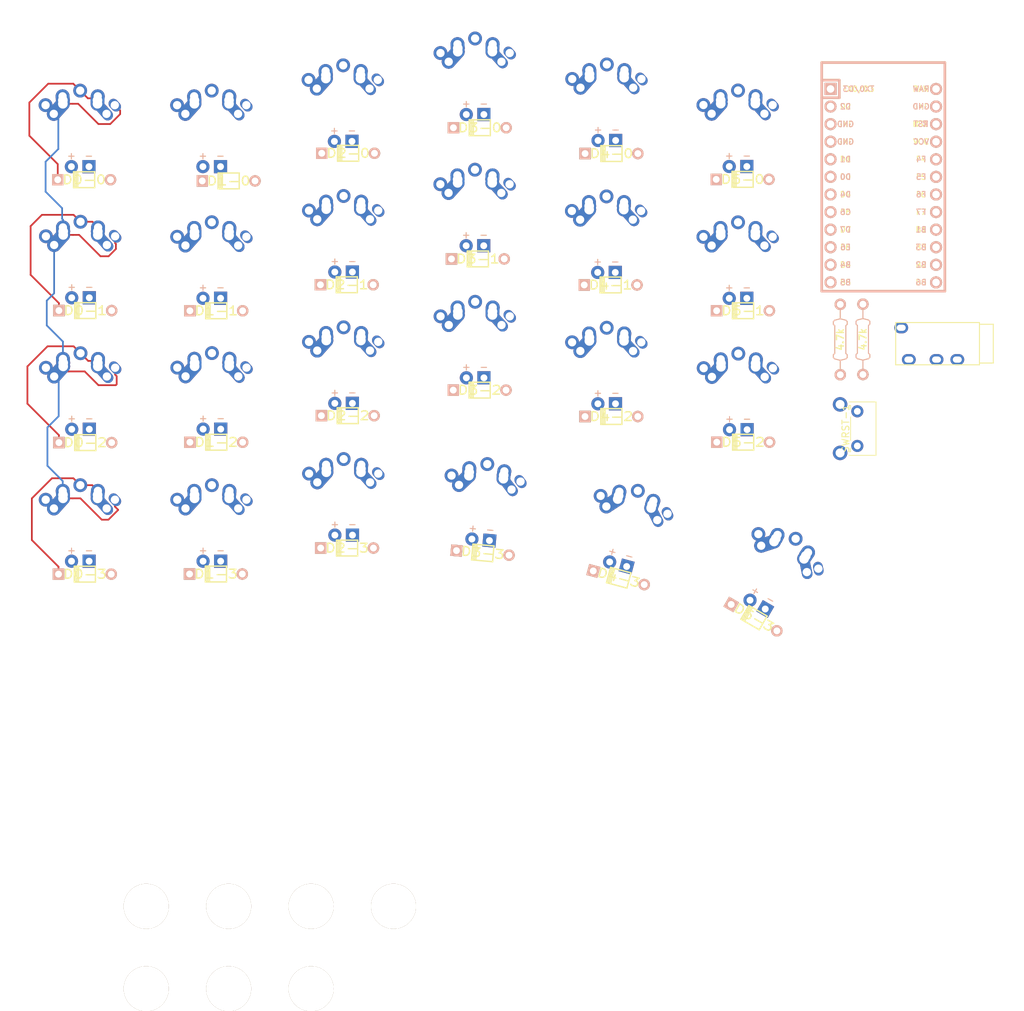
<source format=kicad_pcb>
(kicad_pcb (version 20171130) (host pcbnew "(5.1.2)-2")
  (layers (0 F.Cu signal) (31 B.Cu signal) (34 B.Paste user) (35 F.Paste user) (36 B.SilkS user) (37 F.SilkS user) (38 B.Mask user) (39 F.Mask user) (44 Edge.Cuts user))
  (net 0 "")
  (net 1 "Net-(D0-0-Pad2)")
  (net 2 row0)
  (net 3 "Net-(D0-1-Pad2)")
  (net 4 row1)
  (net 5 "Net-(D0-2-Pad2)")
  (net 6 row2)
  (net 7 "Net-(D0-3-Pad2)")
  (net 8 row3)
  (net 9 "Net-(D1-0-Pad2)")
  (net 10 "Net-(D1-1-Pad2)")
  (net 11 "Net-(D1-2-Pad2)")
  (net 12 "Net-(D1-3-Pad2)")
  (net 13 "Net-(D2-0-Pad2)")
  (net 14 "Net-(D2-1-Pad2)")
  (net 15 "Net-(D2-2-Pad2)")
  (net 16 "Net-(D2-3-Pad2)")
  (net 17 "Net-(D3-0-Pad2)")
  (net 18 "Net-(D3-1-Pad2)")
  (net 19 "Net-(D3-2-Pad2)")
  (net 20 "Net-(D3-3-Pad2)")
  (net 21 "Net-(D4-0-Pad2)")
  (net 22 "Net-(D4-1-Pad2)")
  (net 23 "Net-(D4-2-Pad2)")
  (net 24 "Net-(D4-3-Pad2)")
  (net 25 "Net-(D5-0-Pad2)")
  (net 26 "Net-(D5-1-Pad2)")
  (net 27 "Net-(D5-2-Pad2)")
  (net 28 "Net-(D5-3-Pad2)")
  (net 29 data0)
  (net 30 +5V)
  (net 31 data1)
  (net 32 col0)
  (net 33 col1)
  (net 34 col2)
  (net 35 col3)
  (net 36 col4)
  (net 37 col5)
  (net 38 reset)
  (module Keebio-Parts:TRRS-PJ-320A (layer F.Cu) (at 234.65028 85.4202 270)
    (fp_text reference U2)
    (fp_text value TRRS)
    (pad 3 thru_hole oval (at 2.3 6.2 270) (size 1.6 2) (drill oval 0.9 1.3) (layers *.Cu *.Mask) (net 29 data0))
    (pad "" np_thru_hole circle (at 0 1.6 270) (size 0.8 0.8) (drill 0.8) (layers *.Cu *.Mask))
    (pad "" np_thru_hole circle (at 0 8.6 270) (size 0.8 0.8) (drill 0.8) (layers *.Cu *.Mask))
    (pad 4 thru_hole oval (at 2.3 3.2 270) (size 1.6 2) (drill oval 0.9 1.3) (layers *.Cu *.Mask) (net 31 data1))
    (pad 2 thru_hole oval (at 2.3 10.2 270) (size 1.6 2) (drill oval 0.9 1.3) (layers *.Cu *.Mask) (net 30 +5V))
    (pad 1 thru_hole oval (at -2.3 11.3 270) (size 1.6 2) (drill oval 0.9 1.3) (layers *.Cu *.Mask) (net 30 +5V))
  )
  (module Keebio-Parts:ArduinoProMicro (layer F.Cu) (at 220.76 62.6 270)
    (fp_text reference U1 hide)
    (fp_text value ProMicro hide)
    (fp_text user ST (at -8.91 -5.04) (layer B.SilkS) (effects (font (size 0.8 0.8)) (justify mirror)))
    (fp_text user TX0/D3 (at -13.97 3.571872) (layer F.SilkS) (effects (font (size 0.8 0.8))))
    (fp_text user TX0/D3 (at -13.97 3.571872) (layer B.SilkS) (effects (font (size 0.8 0.8)) (justify mirror)))
    (fp_text user D2 (at -11.43 5.461) (layer F.SilkS) (effects (font (size 0.8 0.8))))
    (fp_text user D0 (at -1.27 5.461) (layer F.SilkS) (effects (font (size 0.8 0.8))))
    (fp_text user D1 (at -3.81 5.461) (layer F.SilkS) (effects (font (size 0.8 0.8))))
    (fp_text user GND (at -6.35 5.461) (layer F.SilkS) (effects (font (size 0.8 0.8))))
    (fp_text user GND (at -8.89 5.461) (layer F.SilkS) (effects (font (size 0.8 0.8))))
    (fp_text user D4 (at 1.27 5.461) (layer F.SilkS) (effects (font (size 0.8 0.8))))
    (fp_text user C6 (at 3.81 5.461) (layer F.SilkS) (effects (font (size 0.8 0.8))))
    (fp_text user D7 (at 6.35 5.461) (layer F.SilkS) (effects (font (size 0.8 0.8))))
    (fp_text user E6 (at 8.89 5.461) (layer F.SilkS) (effects (font (size 0.8 0.8))))
    (fp_text user B4 (at 11.43 5.461) (layer F.SilkS) (effects (font (size 0.8 0.8))))
    (fp_text user B5 (at 13.97 5.461) (layer F.SilkS) (effects (font (size 0.8 0.8))))
    (fp_text user B6 (at 13.97 -5.461) (layer F.SilkS) (effects (font (size 0.8 0.8))))
    (fp_text user B2 (at 11.43 -5.461) (layer B.SilkS) (effects (font (size 0.8 0.8)) (justify mirror)))
    (fp_text user B3 (at 8.89 -5.461) (layer F.SilkS) (effects (font (size 0.8 0.8))))
    (fp_text user B1 (at 6.35 -5.461) (layer F.SilkS) (effects (font (size 0.8 0.8))))
    (fp_text user F7 (at 3.81 -5.461) (layer B.SilkS) (effects (font (size 0.8 0.8)) (justify mirror)))
    (fp_text user F6 (at 1.27 -5.461) (layer B.SilkS) (effects (font (size 0.8 0.8)) (justify mirror)))
    (fp_text user F5 (at -1.27 -5.461) (layer B.SilkS) (effects (font (size 0.8 0.8)) (justify mirror)))
    (fp_text user F4 (at -3.81 -5.461) (layer F.SilkS) (effects (font (size 0.8 0.8))))
    (fp_text user VCC (at -6.35 -5.461) (layer F.SilkS) (effects (font (size 0.8 0.8))))
    (fp_text user ST (at -8.92 -5.73312) (layer F.SilkS) (effects (font (size 0.8 0.8))))
    (fp_text user GND (at -11.43 -5.461) (layer F.SilkS) (effects (font (size 0.8 0.8))))
    (fp_text user RAW (at -13.97 -5.461) (layer F.SilkS) (effects (font (size 0.8 0.8))))
    (fp_text user RAW (at -13.97 -5.461) (layer B.SilkS) (effects (font (size 0.8 0.8)) (justify mirror)))
    (fp_text user GND (at -11.43 -5.461) (layer B.SilkS) (effects (font (size 0.8 0.8)) (justify mirror)))
    (fp_text user VCC (at -6.35 -5.461) (layer B.SilkS) (effects (font (size 0.8 0.8)) (justify mirror)))
    (fp_text user F4 (at -3.81 -5.461) (layer B.SilkS) (effects (font (size 0.8 0.8)) (justify mirror)))
    (fp_text user F5 (at -1.27 -5.461) (layer F.SilkS) (effects (font (size 0.8 0.8))))
    (fp_text user F6 (at 1.27 -5.461) (layer F.SilkS) (effects (font (size 0.8 0.8))))
    (fp_text user F7 (at 3.81 -5.461) (layer F.SilkS) (effects (font (size 0.8 0.8))))
    (fp_text user B1 (at 6.35 -5.461) (layer B.SilkS) (effects (font (size 0.8 0.8)) (justify mirror)))
    (fp_text user B3 (at 8.89 -5.461) (layer B.SilkS) (effects (font (size 0.8 0.8)) (justify mirror)))
    (fp_text user B2 (at 11.43 -5.461) (layer F.SilkS) (effects (font (size 0.8 0.8))))
    (fp_text user B6 (at 13.97 -5.461) (layer B.SilkS) (effects (font (size 0.8 0.8)) (justify mirror)))
    (fp_text user B5 (at 13.97 5.461) (layer B.SilkS) (effects (font (size 0.8 0.8)) (justify mirror)))
    (fp_text user B4 (at 11.43 5.461) (layer B.SilkS) (effects (font (size 0.8 0.8)) (justify mirror)))
    (fp_text user E6 (at 8.89 5.461) (layer B.SilkS) (effects (font (size 0.8 0.8)) (justify mirror)))
    (fp_text user D7 (at 6.35 5.461) (layer B.SilkS) (effects (font (size 0.8 0.8)) (justify mirror)))
    (fp_text user C6 (at 3.81 5.461) (layer B.SilkS) (effects (font (size 0.8 0.8)) (justify mirror)))
    (fp_text user D4 (at 1.27 5.461) (layer B.SilkS) (effects (font (size 0.8 0.8)) (justify mirror)))
    (fp_text user GND (at -8.89 5.461) (layer B.SilkS) (effects (font (size 0.8 0.8)) (justify mirror)))
    (fp_text user GND (at -6.35 5.461) (layer B.SilkS) (effects (font (size 0.8 0.8)) (justify mirror)))
    (fp_text user D1 (at -3.81 5.461) (layer B.SilkS) (effects (font (size 0.8 0.8)) (justify mirror)))
    (fp_text user D0 (at -1.27 5.461) (layer B.SilkS) (effects (font (size 0.8 0.8)) (justify mirror)))
    (fp_text user D2 (at -11.43 5.461) (layer B.SilkS) (effects (font (size 0.8 0.8)) (justify mirror)))
    (pad 24 thru_hole circle (at -13.97 -7.62 270) (size 1.7526 1.7526) (drill 1.0922) (layers *.Cu *.SilkS *.Mask))
    (pad 12 thru_hole circle (at 13.97 7.62 270) (size 1.7526 1.7526) (drill 1.0922) (layers *.Cu *.SilkS *.Mask) (net 8 row3))
    (pad 23 thru_hole circle (at -11.43 -7.62 270) (size 1.7526 1.7526) (drill 1.0922) (layers *.Cu *.SilkS *.Mask))
    (pad 22 thru_hole circle (at -8.89 -7.62 270) (size 1.7526 1.7526) (drill 1.0922) (layers *.Cu *.SilkS *.Mask) (net 38 reset))
    (pad 21 thru_hole circle (at -6.35 -7.62 270) (size 1.7526 1.7526) (drill 1.0922) (layers *.Cu *.SilkS *.Mask) (net 30 +5V))
    (pad 20 thru_hole circle (at -3.81 -7.62 270) (size 1.7526 1.7526) (drill 1.0922) (layers *.Cu *.SilkS *.Mask) (net 32 col0))
    (pad 19 thru_hole circle (at -1.27 -7.62 270) (size 1.7526 1.7526) (drill 1.0922) (layers *.Cu *.SilkS *.Mask) (net 33 col1))
    (pad 18 thru_hole circle (at 1.27 -7.62 270) (size 1.7526 1.7526) (drill 1.0922) (layers *.Cu *.SilkS *.Mask) (net 34 col2))
    (pad 17 thru_hole circle (at 3.81 -7.62 270) (size 1.7526 1.7526) (drill 1.0922) (layers *.Cu *.SilkS *.Mask) (net 35 col3))
    (pad 16 thru_hole circle (at 6.35 -7.62 270) (size 1.7526 1.7526) (drill 1.0922) (layers *.Cu *.SilkS *.Mask) (net 36 col4))
    (pad 15 thru_hole circle (at 8.89 -7.62 270) (size 1.7526 1.7526) (drill 1.0922) (layers *.Cu *.SilkS *.Mask) (net 37 col5))
    (pad 14 thru_hole circle (at 11.43 -7.62 270) (size 1.7526 1.7526) (drill 1.0922) (layers *.Cu *.SilkS *.Mask))
    (pad 13 thru_hole circle (at 13.97 -7.62 270) (size 1.7526 1.7526) (drill 1.0922) (layers *.Cu *.SilkS *.Mask))
    (pad 11 thru_hole circle (at 11.43 7.62 270) (size 1.7526 1.7526) (drill 1.0922) (layers *.Cu *.SilkS *.Mask) (net 6 row2))
    (pad 10 thru_hole circle (at 8.89 7.62 270) (size 1.7526 1.7526) (drill 1.0922) (layers *.Cu *.SilkS *.Mask) (net 4 row1))
    (pad 9 thru_hole circle (at 6.35 7.62 270) (size 1.7526 1.7526) (drill 1.0922) (layers *.Cu *.SilkS *.Mask) (net 2 row0))
    (pad 8 thru_hole circle (at 3.81 7.62 270) (size 1.7526 1.7526) (drill 1.0922) (layers *.Cu *.SilkS *.Mask))
    (pad 7 thru_hole circle (at 1.27 7.62 270) (size 1.7526 1.7526) (drill 1.0922) (layers *.Cu *.SilkS *.Mask))
    (pad 6 thru_hole circle (at -1.27 7.62 270) (size 1.7526 1.7526) (drill 1.0922) (layers *.Cu *.SilkS *.Mask) (net 29 data0))
    (pad 5 thru_hole circle (at -3.81 7.62 270) (size 1.7526 1.7526) (drill 1.0922) (layers *.Cu *.SilkS *.Mask) (net 31 data1))
    (pad 4 thru_hole circle (at -6.35 7.62 270) (size 1.7526 1.7526) (drill 1.0922) (layers *.Cu *.SilkS *.Mask))
    (pad 3 thru_hole circle (at -8.89 7.62 270) (size 1.7526 1.7526) (drill 1.0922) (layers *.Cu *.SilkS *.Mask))
    (pad 2 thru_hole circle (at -11.43 7.62 270) (size 1.7526 1.7526) (drill 1.0922) (layers *.Cu *.SilkS *.Mask))
    (pad 1 thru_hole rect (at -13.97 7.62 270) (size 1.7526 1.7526) (drill 1.0922) (layers *.Cu *.SilkS *.Mask))
  )
  (module Keebio-Parts:SW_Tactile_SPST_Angled_MJTP1117 (layer F.Cu) (at 217.01 95.19 270)
    (fp_text reference SWRST-1 (at 2.5 1.68 90) (layer F.SilkS))
    (fp_text value Reset)
    (pad "" np_thru_hole circle (at 2.5 -1.21 270) (size 1.2 1.2) (drill 1.2) (layers *.Cu *.Mask))
    (pad "" thru_hole circle (at -1 2.49 270) (size 2.1 2.1) (drill 1.3) (layers *.Cu *.Mask))
    (pad 1 thru_hole circle (at 0 0 270) (size 1.75 1.75) (drill 0.99) (layers *.Cu *.Mask) (net 38 reset))
    (pad 2 thru_hole circle (at 5 0 270) (size 1.75 1.75) (drill 0.99) (layers *.Cu *.Mask) (net 30 +5V))
    (pad "" thru_hole circle (at 6.01 2.49 270) (size 2.1 2.1) (drill 1.3) (layers *.Cu *.Mask))
  )
  (module Keebio-Parts:Triple-Dual-1u-LED (layer F.Cu) (at 205.15 118.71 330)
    (fp_text reference SW5-3 hide)
    (fp_text value MX hide)
    (fp_text user + (at -1.27 3.5 150) (layer F.SilkS))
    (fp_text user - (at 1.26 3.5 150) (layer F.SilkS))
    (fp_text user + (at -1.27 3.5 150) (layer B.SilkS) (effects (justify mirror)))
    (fp_text user - (at 1.26 3.5 150) (layer B.SilkS) (effects (justify mirror)))
    (pad "" np_thru_hole circle (at -5.5 0 330) (size 1.7 1.7) (drill 1.7) (layers *.Cu))
    (pad "" np_thru_hole circle (at 5.5 0 330) (size 1.7 1.7) (drill 1.7) (layers *.Cu))
    (pad 1 thru_hole oval (at 5 -3.8 191.9) (size 1.4 2) (drill 1.2) (layers *.Cu *.Mask) (net 37 col5))
    (pad 1 thru_hole circle (at -5 -3.8 108.1) (size 2 2) (drill 1.2) (layers *.Cu *.Mask) (net 37 col5))
    (pad 2 thru_hole circle (at 0 -5.9 330) (size 2 2) (drill 1.2) (layers *.Cu *.Mask) (net 28 "Net-(D5-3-Pad2)"))
    (pad 2 smd oval (at 2.52 -4.79 326.055) (size 2 2.581378) (layers B.Cu B.Paste B.Mask) (net 28 "Net-(D5-3-Pad2)"))
    (pad 2 smd oval (at 3.155 -3.27 191.9) (size 1.5 3.961556) (layers F.Cu F.Paste F.Mask) (net 28 "Net-(D5-3-Pad2)"))
    (pad 1 smd oval (at -2.52 -4.79 333.945) (size 2 2.581378) (layers F.Cu F.Paste F.Mask) (net 37 col5))
    (pad 1 smd oval (at -3.155 -3.27 108.1) (size 2 3.961556) (layers F.Cu F.Paste F.Mask) (net 37 col5))
    (pad 3 thru_hole circle (at -1.27 5.08 330) (size 1.905 1.905) (drill 0.9906) (layers *.Cu *.Mask))
    (pad 4 thru_hole rect (at 1.27 5.08 330) (size 1.905 1.905) (drill 0.9906) (layers *.Cu *.Mask))
    (pad 1 thru_hole circle (at -2.54 -5.08 300.95) (size 2 2) (drill 1.2) (layers *.Cu *.Mask) (net 37 col5))
    (pad 1 thru_hole circle (at -2.5 -4.5 300.95) (size 2 2) (drill 1.4) (layers *.Cu *.Mask) (net 37 col5))
    (pad 1 smd oval (at -2.52 -4.79 333.945) (size 2 2.581378) (layers B.Cu B.Paste B.Mask) (net 37 col5))
    (pad 2 thru_hole oval (at 3.81 -2.54 281.9) (size 2 1.5) (drill 1.2) (layers *.Cu *.Mask) (net 28 "Net-(D5-3-Pad2)"))
    (pad 2 thru_hole circle (at 2.5 -4 330) (size 2 2) (drill 1.4) (layers *.Cu *.Mask) (net 28 "Net-(D5-3-Pad2)"))
    (pad 1 smd oval (at -3.155 -3.27 108.1) (size 2 3.961556) (layers B.Cu B.Paste B.Mask) (net 37 col5))
    (pad 2 smd oval (at 3.155 -3.27 191.9) (size 1.5 3.961556) (layers B.Cu B.Paste B.Mask) (net 28 "Net-(D5-3-Pad2)"))
    (pad 1 thru_hole circle (at -3.81 -2.54 330) (size 2 2) (drill oval 1.2) (layers *.Cu *.Mask) (net 37 col5))
    (pad HOLE np_thru_hole circle (at 5.08 0 330) (size 1.8 1.8) (drill 1.8) (layers *.Cu))
    (pad HOLE np_thru_hole circle (at -5.08 0 330) (size 1.8 1.8) (drill 1.8) (layers *.Cu))
    (pad HOLE np_thru_hole circle (at 0 0 330) (size 3.9878 3.9878) (drill 3.9878) (layers *.Cu))
    (pad 1 thru_hole circle (at -2.5 -4 300.95) (size 2 2) (drill 1.4) (layers *.Cu *.Mask) (net 37 col5))
    (pad 2 thru_hole circle (at 2.54 -5.08 300.95) (size 2 2) (drill 1.2) (layers *.Cu *.Mask) (net 28 "Net-(D5-3-Pad2)"))
    (pad 2 thru_hole circle (at 2.5 -4.5 300.95) (size 2 2) (drill 1.4) (layers *.Cu *.Mask) (net 28 "Net-(D5-3-Pad2)"))
    (pad 2 smd oval (at 2.52 -4.79 326.055) (size 2 2.581378) (layers F.Cu F.Paste F.Mask) (net 28 "Net-(D5-3-Pad2)"))
  )
  (module Keebio-Parts:Triple-Dual-1u-LED (layer F.Cu) (at 199.82 92.76)
    (fp_text reference SW5-2 hide)
    (fp_text value MX hide)
    (fp_text user + (at -1.27 3.5) (layer F.SilkS))
    (fp_text user - (at 1.26 3.5) (layer F.SilkS))
    (fp_text user + (at -1.27 3.5) (layer B.SilkS) (effects (justify mirror)))
    (fp_text user - (at 1.26 3.5) (layer B.SilkS) (effects (justify mirror)))
    (pad "" np_thru_hole circle (at -5.5 0) (size 1.7 1.7) (drill 1.7) (layers *.Cu))
    (pad "" np_thru_hole circle (at 5.5 0) (size 1.7 1.7) (drill 1.7) (layers *.Cu))
    (pad 1 thru_hole oval (at 5 -3.8 221.9) (size 1.4 2) (drill 1.2) (layers *.Cu *.Mask) (net 37 col5))
    (pad 1 thru_hole circle (at -5 -3.8 138.1) (size 2 2) (drill 1.2) (layers *.Cu *.Mask) (net 37 col5))
    (pad 2 thru_hole circle (at 0 -5.9) (size 2 2) (drill 1.2) (layers *.Cu *.Mask) (net 27 "Net-(D5-2-Pad2)"))
    (pad 2 smd oval (at 2.52 -4.79 356.055) (size 2 2.581378) (layers B.Cu B.Paste B.Mask) (net 27 "Net-(D5-2-Pad2)"))
    (pad 2 smd oval (at 3.155 -3.27 221.9) (size 1.5 3.961556) (layers F.Cu F.Paste F.Mask) (net 27 "Net-(D5-2-Pad2)"))
    (pad 1 smd oval (at -2.52 -4.79 3.945) (size 2 2.581378) (layers F.Cu F.Paste F.Mask) (net 37 col5))
    (pad 1 smd oval (at -3.155 -3.27 138.1) (size 2 3.961556) (layers F.Cu F.Paste F.Mask) (net 37 col5))
    (pad 3 thru_hole circle (at -1.27 5.08) (size 1.905 1.905) (drill 0.9906) (layers *.Cu *.Mask))
    (pad 4 thru_hole rect (at 1.27 5.08) (size 1.905 1.905) (drill 0.9906) (layers *.Cu *.Mask))
    (pad 1 thru_hole circle (at -2.54 -5.08 330.95) (size 2 2) (drill 1.2) (layers *.Cu *.Mask) (net 37 col5))
    (pad 1 thru_hole circle (at -2.5 -4.5 330.95) (size 2 2) (drill 1.4) (layers *.Cu *.Mask) (net 37 col5))
    (pad 1 smd oval (at -2.52 -4.79 3.945) (size 2 2.581378) (layers B.Cu B.Paste B.Mask) (net 37 col5))
    (pad 2 thru_hole oval (at 3.81 -2.54 311.9) (size 2 1.5) (drill 1.2) (layers *.Cu *.Mask) (net 27 "Net-(D5-2-Pad2)"))
    (pad 2 thru_hole circle (at 2.5 -4) (size 2 2) (drill 1.4) (layers *.Cu *.Mask) (net 27 "Net-(D5-2-Pad2)"))
    (pad 1 smd oval (at -3.155 -3.27 138.1) (size 2 3.961556) (layers B.Cu B.Paste B.Mask) (net 37 col5))
    (pad 2 smd oval (at 3.155 -3.27 221.9) (size 1.5 3.961556) (layers B.Cu B.Paste B.Mask) (net 27 "Net-(D5-2-Pad2)"))
    (pad 1 thru_hole circle (at -3.81 -2.54) (size 2 2) (drill oval 1.2) (layers *.Cu *.Mask) (net 37 col5))
    (pad HOLE np_thru_hole circle (at 5.08 0) (size 1.8 1.8) (drill 1.8) (layers *.Cu))
    (pad HOLE np_thru_hole circle (at -5.08 0) (size 1.8 1.8) (drill 1.8) (layers *.Cu))
    (pad HOLE np_thru_hole circle (at 0 0) (size 3.9878 3.9878) (drill 3.9878) (layers *.Cu))
    (pad 1 thru_hole circle (at -2.5 -4 330.95) (size 2 2) (drill 1.4) (layers *.Cu *.Mask) (net 37 col5))
    (pad 2 thru_hole circle (at 2.54 -5.08 330.95) (size 2 2) (drill 1.2) (layers *.Cu *.Mask) (net 27 "Net-(D5-2-Pad2)"))
    (pad 2 thru_hole circle (at 2.5 -4.5 330.95) (size 2 2) (drill 1.4) (layers *.Cu *.Mask) (net 27 "Net-(D5-2-Pad2)"))
    (pad 2 smd oval (at 2.52 -4.79 356.055) (size 2 2.581378) (layers F.Cu F.Paste F.Mask) (net 27 "Net-(D5-2-Pad2)"))
  )
  (module Keebio-Parts:Triple-Dual-1u-LED (layer F.Cu) (at 199.78 73.79)
    (fp_text reference SW5-1 hide)
    (fp_text value MX hide)
    (fp_text user + (at -1.27 3.5) (layer F.SilkS))
    (fp_text user - (at 1.26 3.5) (layer F.SilkS))
    (fp_text user + (at -1.27 3.5) (layer B.SilkS) (effects (justify mirror)))
    (fp_text user - (at 1.26 3.5) (layer B.SilkS) (effects (justify mirror)))
    (pad "" np_thru_hole circle (at -5.5 0) (size 1.7 1.7) (drill 1.7) (layers *.Cu))
    (pad "" np_thru_hole circle (at 5.5 0) (size 1.7 1.7) (drill 1.7) (layers *.Cu))
    (pad 1 thru_hole oval (at 5 -3.8 221.9) (size 1.4 2) (drill 1.2) (layers *.Cu *.Mask) (net 37 col5))
    (pad 1 thru_hole circle (at -5 -3.8 138.1) (size 2 2) (drill 1.2) (layers *.Cu *.Mask) (net 37 col5))
    (pad 2 thru_hole circle (at 0 -5.9) (size 2 2) (drill 1.2) (layers *.Cu *.Mask) (net 26 "Net-(D5-1-Pad2)"))
    (pad 2 smd oval (at 2.52 -4.79 356.055) (size 2 2.581378) (layers B.Cu B.Paste B.Mask) (net 26 "Net-(D5-1-Pad2)"))
    (pad 2 smd oval (at 3.155 -3.27 221.9) (size 1.5 3.961556) (layers F.Cu F.Paste F.Mask) (net 26 "Net-(D5-1-Pad2)"))
    (pad 1 smd oval (at -2.52 -4.79 3.945) (size 2 2.581378) (layers F.Cu F.Paste F.Mask) (net 37 col5))
    (pad 1 smd oval (at -3.155 -3.27 138.1) (size 2 3.961556) (layers F.Cu F.Paste F.Mask) (net 37 col5))
    (pad 3 thru_hole circle (at -1.27 5.08) (size 1.905 1.905) (drill 0.9906) (layers *.Cu *.Mask))
    (pad 4 thru_hole rect (at 1.27 5.08) (size 1.905 1.905) (drill 0.9906) (layers *.Cu *.Mask))
    (pad 1 thru_hole circle (at -2.54 -5.08 330.95) (size 2 2) (drill 1.2) (layers *.Cu *.Mask) (net 37 col5))
    (pad 1 thru_hole circle (at -2.5 -4.5 330.95) (size 2 2) (drill 1.4) (layers *.Cu *.Mask) (net 37 col5))
    (pad 1 smd oval (at -2.52 -4.79 3.945) (size 2 2.581378) (layers B.Cu B.Paste B.Mask) (net 37 col5))
    (pad 2 thru_hole oval (at 3.81 -2.54 311.9) (size 2 1.5) (drill 1.2) (layers *.Cu *.Mask) (net 26 "Net-(D5-1-Pad2)"))
    (pad 2 thru_hole circle (at 2.5 -4) (size 2 2) (drill 1.4) (layers *.Cu *.Mask) (net 26 "Net-(D5-1-Pad2)"))
    (pad 1 smd oval (at -3.155 -3.27 138.1) (size 2 3.961556) (layers B.Cu B.Paste B.Mask) (net 37 col5))
    (pad 2 smd oval (at 3.155 -3.27 221.9) (size 1.5 3.961556) (layers B.Cu B.Paste B.Mask) (net 26 "Net-(D5-1-Pad2)"))
    (pad 1 thru_hole circle (at -3.81 -2.54) (size 2 2) (drill oval 1.2) (layers *.Cu *.Mask) (net 37 col5))
    (pad HOLE np_thru_hole circle (at 5.08 0) (size 1.8 1.8) (drill 1.8) (layers *.Cu))
    (pad HOLE np_thru_hole circle (at -5.08 0) (size 1.8 1.8) (drill 1.8) (layers *.Cu))
    (pad HOLE np_thru_hole circle (at 0 0) (size 3.9878 3.9878) (drill 3.9878) (layers *.Cu))
    (pad 1 thru_hole circle (at -2.5 -4 330.95) (size 2 2) (drill 1.4) (layers *.Cu *.Mask) (net 37 col5))
    (pad 2 thru_hole circle (at 2.54 -5.08 330.95) (size 2 2) (drill 1.2) (layers *.Cu *.Mask) (net 26 "Net-(D5-1-Pad2)"))
    (pad 2 thru_hole circle (at 2.5 -4.5 330.95) (size 2 2) (drill 1.4) (layers *.Cu *.Mask) (net 26 "Net-(D5-1-Pad2)"))
    (pad 2 smd oval (at 2.52 -4.79 356.055) (size 2 2.581378) (layers F.Cu F.Paste F.Mask) (net 26 "Net-(D5-1-Pad2)"))
  )
  (module Keebio-Parts:Triple-Dual-1u-LED (layer F.Cu) (at 199.78 54.75)
    (fp_text reference SW5-0 hide)
    (fp_text value MX hide)
    (fp_text user + (at -1.27 3.5) (layer F.SilkS))
    (fp_text user - (at 1.26 3.5) (layer F.SilkS))
    (fp_text user + (at -1.27 3.5) (layer B.SilkS) (effects (justify mirror)))
    (fp_text user - (at 1.26 3.5) (layer B.SilkS) (effects (justify mirror)))
    (pad "" np_thru_hole circle (at -5.5 0) (size 1.7 1.7) (drill 1.7) (layers *.Cu))
    (pad "" np_thru_hole circle (at 5.5 0) (size 1.7 1.7) (drill 1.7) (layers *.Cu))
    (pad 1 thru_hole oval (at 5 -3.8 221.9) (size 1.4 2) (drill 1.2) (layers *.Cu *.Mask) (net 37 col5))
    (pad 1 thru_hole circle (at -5 -3.8 138.1) (size 2 2) (drill 1.2) (layers *.Cu *.Mask) (net 37 col5))
    (pad 2 thru_hole circle (at 0 -5.9) (size 2 2) (drill 1.2) (layers *.Cu *.Mask) (net 25 "Net-(D5-0-Pad2)"))
    (pad 2 smd oval (at 2.52 -4.79 356.055) (size 2 2.581378) (layers B.Cu B.Paste B.Mask) (net 25 "Net-(D5-0-Pad2)"))
    (pad 2 smd oval (at 3.155 -3.27 221.9) (size 1.5 3.961556) (layers F.Cu F.Paste F.Mask) (net 25 "Net-(D5-0-Pad2)"))
    (pad 1 smd oval (at -2.52 -4.79 3.945) (size 2 2.581378) (layers F.Cu F.Paste F.Mask) (net 37 col5))
    (pad 1 smd oval (at -3.155 -3.27 138.1) (size 2 3.961556) (layers F.Cu F.Paste F.Mask) (net 37 col5))
    (pad 3 thru_hole circle (at -1.27 5.08) (size 1.905 1.905) (drill 0.9906) (layers *.Cu *.Mask))
    (pad 4 thru_hole rect (at 1.27 5.08) (size 1.905 1.905) (drill 0.9906) (layers *.Cu *.Mask))
    (pad 1 thru_hole circle (at -2.54 -5.08 330.95) (size 2 2) (drill 1.2) (layers *.Cu *.Mask) (net 37 col5))
    (pad 1 thru_hole circle (at -2.5 -4.5 330.95) (size 2 2) (drill 1.4) (layers *.Cu *.Mask) (net 37 col5))
    (pad 1 smd oval (at -2.52 -4.79 3.945) (size 2 2.581378) (layers B.Cu B.Paste B.Mask) (net 37 col5))
    (pad 2 thru_hole oval (at 3.81 -2.54 311.9) (size 2 1.5) (drill 1.2) (layers *.Cu *.Mask) (net 25 "Net-(D5-0-Pad2)"))
    (pad 2 thru_hole circle (at 2.5 -4) (size 2 2) (drill 1.4) (layers *.Cu *.Mask) (net 25 "Net-(D5-0-Pad2)"))
    (pad 1 smd oval (at -3.155 -3.27 138.1) (size 2 3.961556) (layers B.Cu B.Paste B.Mask) (net 37 col5))
    (pad 2 smd oval (at 3.155 -3.27 221.9) (size 1.5 3.961556) (layers B.Cu B.Paste B.Mask) (net 25 "Net-(D5-0-Pad2)"))
    (pad 1 thru_hole circle (at -3.81 -2.54) (size 2 2) (drill oval 1.2) (layers *.Cu *.Mask) (net 37 col5))
    (pad HOLE np_thru_hole circle (at 5.08 0) (size 1.8 1.8) (drill 1.8) (layers *.Cu))
    (pad HOLE np_thru_hole circle (at -5.08 0) (size 1.8 1.8) (drill 1.8) (layers *.Cu))
    (pad HOLE np_thru_hole circle (at 0 0) (size 3.9878 3.9878) (drill 3.9878) (layers *.Cu))
    (pad 1 thru_hole circle (at -2.5 -4 330.95) (size 2 2) (drill 1.4) (layers *.Cu *.Mask) (net 37 col5))
    (pad 2 thru_hole circle (at 2.54 -5.08 330.95) (size 2 2) (drill 1.2) (layers *.Cu *.Mask) (net 25 "Net-(D5-0-Pad2)"))
    (pad 2 thru_hole circle (at 2.5 -4.5 330.95) (size 2 2) (drill 1.4) (layers *.Cu *.Mask) (net 25 "Net-(D5-0-Pad2)"))
    (pad 2 smd oval (at 2.52 -4.79 356.055) (size 2 2.581378) (layers F.Cu F.Paste F.Mask) (net 25 "Net-(D5-0-Pad2)"))
  )
  (module Keebio-Parts:Triple-Dual-1u-LED (layer F.Cu) (at 183.78 112.37 345)
    (fp_text reference SW4-3 hide)
    (fp_text value MX hide)
    (fp_text user + (at -1.27 3.5 165) (layer F.SilkS))
    (fp_text user - (at 1.26 3.5 165) (layer F.SilkS))
    (fp_text user + (at -1.27 3.5 165) (layer B.SilkS) (effects (justify mirror)))
    (fp_text user - (at 1.26 3.5 165) (layer B.SilkS) (effects (justify mirror)))
    (pad "" np_thru_hole circle (at -5.5 0 345) (size 1.7 1.7) (drill 1.7) (layers *.Cu))
    (pad "" np_thru_hole circle (at 5.5 0 345) (size 1.7 1.7) (drill 1.7) (layers *.Cu))
    (pad 1 thru_hole oval (at 5 -3.8 206.9) (size 1.4 2) (drill 1.2) (layers *.Cu *.Mask) (net 36 col4))
    (pad 1 thru_hole circle (at -5 -3.8 123.1) (size 2 2) (drill 1.2) (layers *.Cu *.Mask) (net 36 col4))
    (pad 2 thru_hole circle (at 0 -5.9 345) (size 2 2) (drill 1.2) (layers *.Cu *.Mask) (net 24 "Net-(D4-3-Pad2)"))
    (pad 2 smd oval (at 2.52 -4.79 341.055) (size 2 2.581378) (layers B.Cu B.Paste B.Mask) (net 24 "Net-(D4-3-Pad2)"))
    (pad 2 smd oval (at 3.155 -3.27 206.9) (size 1.5 3.961556) (layers F.Cu F.Paste F.Mask) (net 24 "Net-(D4-3-Pad2)"))
    (pad 1 smd oval (at -2.52 -4.79 348.945) (size 2 2.581378) (layers F.Cu F.Paste F.Mask) (net 36 col4))
    (pad 1 smd oval (at -3.155 -3.27 123.1) (size 2 3.961556) (layers F.Cu F.Paste F.Mask) (net 36 col4))
    (pad 3 thru_hole circle (at -1.27 5.08 345) (size 1.905 1.905) (drill 0.9906) (layers *.Cu *.Mask))
    (pad 4 thru_hole rect (at 1.27 5.08 345) (size 1.905 1.905) (drill 0.9906) (layers *.Cu *.Mask))
    (pad 1 thru_hole circle (at -2.54 -5.08 315.95) (size 2 2) (drill 1.2) (layers *.Cu *.Mask) (net 36 col4))
    (pad 1 thru_hole circle (at -2.5 -4.5 315.95) (size 2 2) (drill 1.4) (layers *.Cu *.Mask) (net 36 col4))
    (pad 1 smd oval (at -2.52 -4.79 348.945) (size 2 2.581378) (layers B.Cu B.Paste B.Mask) (net 36 col4))
    (pad 2 thru_hole oval (at 3.81 -2.54 296.9) (size 2 1.5) (drill 1.2) (layers *.Cu *.Mask) (net 24 "Net-(D4-3-Pad2)"))
    (pad 2 thru_hole circle (at 2.5 -4 345) (size 2 2) (drill 1.4) (layers *.Cu *.Mask) (net 24 "Net-(D4-3-Pad2)"))
    (pad 1 smd oval (at -3.155 -3.27 123.1) (size 2 3.961556) (layers B.Cu B.Paste B.Mask) (net 36 col4))
    (pad 2 smd oval (at 3.155 -3.27 206.9) (size 1.5 3.961556) (layers B.Cu B.Paste B.Mask) (net 24 "Net-(D4-3-Pad2)"))
    (pad 1 thru_hole circle (at -3.81 -2.54 345) (size 2 2) (drill oval 1.2) (layers *.Cu *.Mask) (net 36 col4))
    (pad HOLE np_thru_hole circle (at 5.08 0 345) (size 1.8 1.8) (drill 1.8) (layers *.Cu))
    (pad HOLE np_thru_hole circle (at -5.08 0 345) (size 1.8 1.8) (drill 1.8) (layers *.Cu))
    (pad HOLE np_thru_hole circle (at 0 0 345) (size 3.9878 3.9878) (drill 3.9878) (layers *.Cu))
    (pad 1 thru_hole circle (at -2.5 -4 315.95) (size 2 2) (drill 1.4) (layers *.Cu *.Mask) (net 36 col4))
    (pad 2 thru_hole circle (at 2.54 -5.08 315.95) (size 2 2) (drill 1.2) (layers *.Cu *.Mask) (net 24 "Net-(D4-3-Pad2)"))
    (pad 2 thru_hole circle (at 2.5 -4.5 315.95) (size 2 2) (drill 1.4) (layers *.Cu *.Mask) (net 24 "Net-(D4-3-Pad2)"))
    (pad 2 smd oval (at 2.52 -4.79 341.055) (size 2 2.581378) (layers F.Cu F.Paste F.Mask) (net 24 "Net-(D4-3-Pad2)"))
  )
  (module Keebio-Parts:Triple-Dual-1u-LED (layer F.Cu) (at 180.81 89.02)
    (fp_text reference SW4-2 hide)
    (fp_text value MX hide)
    (fp_text user + (at -1.27 3.5) (layer F.SilkS))
    (fp_text user - (at 1.26 3.5) (layer F.SilkS))
    (fp_text user + (at -1.27 3.5) (layer B.SilkS) (effects (justify mirror)))
    (fp_text user - (at 1.26 3.5) (layer B.SilkS) (effects (justify mirror)))
    (pad "" np_thru_hole circle (at -5.5 0) (size 1.7 1.7) (drill 1.7) (layers *.Cu))
    (pad "" np_thru_hole circle (at 5.5 0) (size 1.7 1.7) (drill 1.7) (layers *.Cu))
    (pad 1 thru_hole oval (at 5 -3.8 221.9) (size 1.4 2) (drill 1.2) (layers *.Cu *.Mask) (net 36 col4))
    (pad 1 thru_hole circle (at -5 -3.8 138.1) (size 2 2) (drill 1.2) (layers *.Cu *.Mask) (net 36 col4))
    (pad 2 thru_hole circle (at 0 -5.9) (size 2 2) (drill 1.2) (layers *.Cu *.Mask) (net 23 "Net-(D4-2-Pad2)"))
    (pad 2 smd oval (at 2.52 -4.79 356.055) (size 2 2.581378) (layers B.Cu B.Paste B.Mask) (net 23 "Net-(D4-2-Pad2)"))
    (pad 2 smd oval (at 3.155 -3.27 221.9) (size 1.5 3.961556) (layers F.Cu F.Paste F.Mask) (net 23 "Net-(D4-2-Pad2)"))
    (pad 1 smd oval (at -2.52 -4.79 3.945) (size 2 2.581378) (layers F.Cu F.Paste F.Mask) (net 36 col4))
    (pad 1 smd oval (at -3.155 -3.27 138.1) (size 2 3.961556) (layers F.Cu F.Paste F.Mask) (net 36 col4))
    (pad 3 thru_hole circle (at -1.27 5.08) (size 1.905 1.905) (drill 0.9906) (layers *.Cu *.Mask))
    (pad 4 thru_hole rect (at 1.27 5.08) (size 1.905 1.905) (drill 0.9906) (layers *.Cu *.Mask))
    (pad 1 thru_hole circle (at -2.54 -5.08 330.95) (size 2 2) (drill 1.2) (layers *.Cu *.Mask) (net 36 col4))
    (pad 1 thru_hole circle (at -2.5 -4.5 330.95) (size 2 2) (drill 1.4) (layers *.Cu *.Mask) (net 36 col4))
    (pad 1 smd oval (at -2.52 -4.79 3.945) (size 2 2.581378) (layers B.Cu B.Paste B.Mask) (net 36 col4))
    (pad 2 thru_hole oval (at 3.81 -2.54 311.9) (size 2 1.5) (drill 1.2) (layers *.Cu *.Mask) (net 23 "Net-(D4-2-Pad2)"))
    (pad 2 thru_hole circle (at 2.5 -4) (size 2 2) (drill 1.4) (layers *.Cu *.Mask) (net 23 "Net-(D4-2-Pad2)"))
    (pad 1 smd oval (at -3.155 -3.27 138.1) (size 2 3.961556) (layers B.Cu B.Paste B.Mask) (net 36 col4))
    (pad 2 smd oval (at 3.155 -3.27 221.9) (size 1.5 3.961556) (layers B.Cu B.Paste B.Mask) (net 23 "Net-(D4-2-Pad2)"))
    (pad 1 thru_hole circle (at -3.81 -2.54) (size 2 2) (drill oval 1.2) (layers *.Cu *.Mask) (net 36 col4))
    (pad HOLE np_thru_hole circle (at 5.08 0) (size 1.8 1.8) (drill 1.8) (layers *.Cu))
    (pad HOLE np_thru_hole circle (at -5.08 0) (size 1.8 1.8) (drill 1.8) (layers *.Cu))
    (pad HOLE np_thru_hole circle (at 0 0) (size 3.9878 3.9878) (drill 3.9878) (layers *.Cu))
    (pad 1 thru_hole circle (at -2.5 -4 330.95) (size 2 2) (drill 1.4) (layers *.Cu *.Mask) (net 36 col4))
    (pad 2 thru_hole circle (at 2.54 -5.08 330.95) (size 2 2) (drill 1.2) (layers *.Cu *.Mask) (net 23 "Net-(D4-2-Pad2)"))
    (pad 2 thru_hole circle (at 2.5 -4.5 330.95) (size 2 2) (drill 1.4) (layers *.Cu *.Mask) (net 23 "Net-(D4-2-Pad2)"))
    (pad 2 smd oval (at 2.52 -4.79 356.055) (size 2 2.581378) (layers F.Cu F.Paste F.Mask) (net 23 "Net-(D4-2-Pad2)"))
  )
  (module Keebio-Parts:Triple-Dual-1u-LED (layer F.Cu) (at 180.78 70.05)
    (fp_text reference SW4-1 hide)
    (fp_text value MX hide)
    (fp_text user + (at -1.27 3.5) (layer F.SilkS))
    (fp_text user - (at 1.26 3.5) (layer F.SilkS))
    (fp_text user + (at -1.27 3.5) (layer B.SilkS) (effects (justify mirror)))
    (fp_text user - (at 1.26 3.5) (layer B.SilkS) (effects (justify mirror)))
    (pad "" np_thru_hole circle (at -5.5 0) (size 1.7 1.7) (drill 1.7) (layers *.Cu))
    (pad "" np_thru_hole circle (at 5.5 0) (size 1.7 1.7) (drill 1.7) (layers *.Cu))
    (pad 1 thru_hole oval (at 5 -3.8 221.9) (size 1.4 2) (drill 1.2) (layers *.Cu *.Mask) (net 36 col4))
    (pad 1 thru_hole circle (at -5 -3.8 138.1) (size 2 2) (drill 1.2) (layers *.Cu *.Mask) (net 36 col4))
    (pad 2 thru_hole circle (at 0 -5.9) (size 2 2) (drill 1.2) (layers *.Cu *.Mask) (net 22 "Net-(D4-1-Pad2)"))
    (pad 2 smd oval (at 2.52 -4.79 356.055) (size 2 2.581378) (layers B.Cu B.Paste B.Mask) (net 22 "Net-(D4-1-Pad2)"))
    (pad 2 smd oval (at 3.155 -3.27 221.9) (size 1.5 3.961556) (layers F.Cu F.Paste F.Mask) (net 22 "Net-(D4-1-Pad2)"))
    (pad 1 smd oval (at -2.52 -4.79 3.945) (size 2 2.581378) (layers F.Cu F.Paste F.Mask) (net 36 col4))
    (pad 1 smd oval (at -3.155 -3.27 138.1) (size 2 3.961556) (layers F.Cu F.Paste F.Mask) (net 36 col4))
    (pad 3 thru_hole circle (at -1.27 5.08) (size 1.905 1.905) (drill 0.9906) (layers *.Cu *.Mask))
    (pad 4 thru_hole rect (at 1.27 5.08) (size 1.905 1.905) (drill 0.9906) (layers *.Cu *.Mask))
    (pad 1 thru_hole circle (at -2.54 -5.08 330.95) (size 2 2) (drill 1.2) (layers *.Cu *.Mask) (net 36 col4))
    (pad 1 thru_hole circle (at -2.5 -4.5 330.95) (size 2 2) (drill 1.4) (layers *.Cu *.Mask) (net 36 col4))
    (pad 1 smd oval (at -2.52 -4.79 3.945) (size 2 2.581378) (layers B.Cu B.Paste B.Mask) (net 36 col4))
    (pad 2 thru_hole oval (at 3.81 -2.54 311.9) (size 2 1.5) (drill 1.2) (layers *.Cu *.Mask) (net 22 "Net-(D4-1-Pad2)"))
    (pad 2 thru_hole circle (at 2.5 -4) (size 2 2) (drill 1.4) (layers *.Cu *.Mask) (net 22 "Net-(D4-1-Pad2)"))
    (pad 1 smd oval (at -3.155 -3.27 138.1) (size 2 3.961556) (layers B.Cu B.Paste B.Mask) (net 36 col4))
    (pad 2 smd oval (at 3.155 -3.27 221.9) (size 1.5 3.961556) (layers B.Cu B.Paste B.Mask) (net 22 "Net-(D4-1-Pad2)"))
    (pad 1 thru_hole circle (at -3.81 -2.54) (size 2 2) (drill oval 1.2) (layers *.Cu *.Mask) (net 36 col4))
    (pad HOLE np_thru_hole circle (at 5.08 0) (size 1.8 1.8) (drill 1.8) (layers *.Cu))
    (pad HOLE np_thru_hole circle (at -5.08 0) (size 1.8 1.8) (drill 1.8) (layers *.Cu))
    (pad HOLE np_thru_hole circle (at 0 0) (size 3.9878 3.9878) (drill 3.9878) (layers *.Cu))
    (pad 1 thru_hole circle (at -2.5 -4 330.95) (size 2 2) (drill 1.4) (layers *.Cu *.Mask) (net 36 col4))
    (pad 2 thru_hole circle (at 2.54 -5.08 330.95) (size 2 2) (drill 1.2) (layers *.Cu *.Mask) (net 22 "Net-(D4-1-Pad2)"))
    (pad 2 thru_hole circle (at 2.5 -4.5 330.95) (size 2 2) (drill 1.4) (layers *.Cu *.Mask) (net 22 "Net-(D4-1-Pad2)"))
    (pad 2 smd oval (at 2.52 -4.79 356.055) (size 2 2.581378) (layers F.Cu F.Paste F.Mask) (net 22 "Net-(D4-1-Pad2)"))
  )
  (module Keebio-Parts:Triple-Dual-1u-LED (layer F.Cu) (at 180.83 50.99)
    (fp_text reference SW4-0 hide)
    (fp_text value MX hide)
    (fp_text user + (at -1.27 3.5) (layer F.SilkS))
    (fp_text user - (at 1.26 3.5) (layer F.SilkS))
    (fp_text user + (at -1.27 3.5) (layer B.SilkS) (effects (justify mirror)))
    (fp_text user - (at 1.26 3.5) (layer B.SilkS) (effects (justify mirror)))
    (pad "" np_thru_hole circle (at -5.5 0) (size 1.7 1.7) (drill 1.7) (layers *.Cu))
    (pad "" np_thru_hole circle (at 5.5 0) (size 1.7 1.7) (drill 1.7) (layers *.Cu))
    (pad 1 thru_hole oval (at 5 -3.8 221.9) (size 1.4 2) (drill 1.2) (layers *.Cu *.Mask) (net 36 col4))
    (pad 1 thru_hole circle (at -5 -3.8 138.1) (size 2 2) (drill 1.2) (layers *.Cu *.Mask) (net 36 col4))
    (pad 2 thru_hole circle (at 0 -5.9) (size 2 2) (drill 1.2) (layers *.Cu *.Mask) (net 21 "Net-(D4-0-Pad2)"))
    (pad 2 smd oval (at 2.52 -4.79 356.055) (size 2 2.581378) (layers B.Cu B.Paste B.Mask) (net 21 "Net-(D4-0-Pad2)"))
    (pad 2 smd oval (at 3.155 -3.27 221.9) (size 1.5 3.961556) (layers F.Cu F.Paste F.Mask) (net 21 "Net-(D4-0-Pad2)"))
    (pad 1 smd oval (at -2.52 -4.79 3.945) (size 2 2.581378) (layers F.Cu F.Paste F.Mask) (net 36 col4))
    (pad 1 smd oval (at -3.155 -3.27 138.1) (size 2 3.961556) (layers F.Cu F.Paste F.Mask) (net 36 col4))
    (pad 3 thru_hole circle (at -1.27 5.08) (size 1.905 1.905) (drill 0.9906) (layers *.Cu *.Mask))
    (pad 4 thru_hole rect (at 1.27 5.08) (size 1.905 1.905) (drill 0.9906) (layers *.Cu *.Mask))
    (pad 1 thru_hole circle (at -2.54 -5.08 330.95) (size 2 2) (drill 1.2) (layers *.Cu *.Mask) (net 36 col4))
    (pad 1 thru_hole circle (at -2.5 -4.5 330.95) (size 2 2) (drill 1.4) (layers *.Cu *.Mask) (net 36 col4))
    (pad 1 smd oval (at -2.52 -4.79 3.945) (size 2 2.581378) (layers B.Cu B.Paste B.Mask) (net 36 col4))
    (pad 2 thru_hole oval (at 3.81 -2.54 311.9) (size 2 1.5) (drill 1.2) (layers *.Cu *.Mask) (net 21 "Net-(D4-0-Pad2)"))
    (pad 2 thru_hole circle (at 2.5 -4) (size 2 2) (drill 1.4) (layers *.Cu *.Mask) (net 21 "Net-(D4-0-Pad2)"))
    (pad 1 smd oval (at -3.155 -3.27 138.1) (size 2 3.961556) (layers B.Cu B.Paste B.Mask) (net 36 col4))
    (pad 2 smd oval (at 3.155 -3.27 221.9) (size 1.5 3.961556) (layers B.Cu B.Paste B.Mask) (net 21 "Net-(D4-0-Pad2)"))
    (pad 1 thru_hole circle (at -3.81 -2.54) (size 2 2) (drill oval 1.2) (layers *.Cu *.Mask) (net 36 col4))
    (pad HOLE np_thru_hole circle (at 5.08 0) (size 1.8 1.8) (drill 1.8) (layers *.Cu))
    (pad HOLE np_thru_hole circle (at -5.08 0) (size 1.8 1.8) (drill 1.8) (layers *.Cu))
    (pad HOLE np_thru_hole circle (at 0 0) (size 3.9878 3.9878) (drill 3.9878) (layers *.Cu))
    (pad 1 thru_hole circle (at -2.5 -4 330.95) (size 2 2) (drill 1.4) (layers *.Cu *.Mask) (net 36 col4))
    (pad 2 thru_hole circle (at 2.54 -5.08 330.95) (size 2 2) (drill 1.2) (layers *.Cu *.Mask) (net 21 "Net-(D4-0-Pad2)"))
    (pad 2 thru_hole circle (at 2.5 -4.5 330.95) (size 2 2) (drill 1.4) (layers *.Cu *.Mask) (net 21 "Net-(D4-0-Pad2)"))
    (pad 2 smd oval (at 2.52 -4.79 356.055) (size 2 2.581378) (layers F.Cu F.Paste F.Mask) (net 21 "Net-(D4-0-Pad2)"))
  )
  (module Keebio-Parts:Triple-Dual-1u-LED (layer F.Cu) (at 163.05 108.69 355)
    (fp_text reference SW3-3 hide)
    (fp_text value MX hide)
    (fp_text user + (at -1.27 3.5 175) (layer F.SilkS))
    (fp_text user - (at 1.26 3.5 175) (layer F.SilkS))
    (fp_text user + (at -1.27 3.5 175) (layer B.SilkS) (effects (justify mirror)))
    (fp_text user - (at 1.26 3.5 175) (layer B.SilkS) (effects (justify mirror)))
    (pad "" np_thru_hole circle (at -5.5 0 355) (size 1.7 1.7) (drill 1.7) (layers *.Cu))
    (pad "" np_thru_hole circle (at 5.5 0 355) (size 1.7 1.7) (drill 1.7) (layers *.Cu))
    (pad 1 thru_hole oval (at 5 -3.8 216.9) (size 1.4 2) (drill 1.2) (layers *.Cu *.Mask) (net 35 col3))
    (pad 1 thru_hole circle (at -5 -3.8 133.1) (size 2 2) (drill 1.2) (layers *.Cu *.Mask) (net 35 col3))
    (pad 2 thru_hole circle (at 0 -5.9 355) (size 2 2) (drill 1.2) (layers *.Cu *.Mask) (net 20 "Net-(D3-3-Pad2)"))
    (pad 2 smd oval (at 2.52 -4.79 351.055) (size 2 2.581378) (layers B.Cu B.Paste B.Mask) (net 20 "Net-(D3-3-Pad2)"))
    (pad 2 smd oval (at 3.155 -3.27 216.9) (size 1.5 3.961556) (layers F.Cu F.Paste F.Mask) (net 20 "Net-(D3-3-Pad2)"))
    (pad 1 smd oval (at -2.52 -4.79 358.945) (size 2 2.581378) (layers F.Cu F.Paste F.Mask) (net 35 col3))
    (pad 1 smd oval (at -3.155 -3.27 133.1) (size 2 3.961556) (layers F.Cu F.Paste F.Mask) (net 35 col3))
    (pad 3 thru_hole circle (at -1.27 5.08 355) (size 1.905 1.905) (drill 0.9906) (layers *.Cu *.Mask))
    (pad 4 thru_hole rect (at 1.27 5.08 355) (size 1.905 1.905) (drill 0.9906) (layers *.Cu *.Mask))
    (pad 1 thru_hole circle (at -2.54 -5.08 325.95) (size 2 2) (drill 1.2) (layers *.Cu *.Mask) (net 35 col3))
    (pad 1 thru_hole circle (at -2.5 -4.5 325.95) (size 2 2) (drill 1.4) (layers *.Cu *.Mask) (net 35 col3))
    (pad 1 smd oval (at -2.52 -4.79 358.945) (size 2 2.581378) (layers B.Cu B.Paste B.Mask) (net 35 col3))
    (pad 2 thru_hole oval (at 3.81 -2.54 306.9) (size 2 1.5) (drill 1.2) (layers *.Cu *.Mask) (net 20 "Net-(D3-3-Pad2)"))
    (pad 2 thru_hole circle (at 2.5 -4 355) (size 2 2) (drill 1.4) (layers *.Cu *.Mask) (net 20 "Net-(D3-3-Pad2)"))
    (pad 1 smd oval (at -3.155 -3.27 133.1) (size 2 3.961556) (layers B.Cu B.Paste B.Mask) (net 35 col3))
    (pad 2 smd oval (at 3.155 -3.27 216.9) (size 1.5 3.961556) (layers B.Cu B.Paste B.Mask) (net 20 "Net-(D3-3-Pad2)"))
    (pad 1 thru_hole circle (at -3.81 -2.54 355) (size 2 2) (drill oval 1.2) (layers *.Cu *.Mask) (net 35 col3))
    (pad HOLE np_thru_hole circle (at 5.08 0 355) (size 1.8 1.8) (drill 1.8) (layers *.Cu))
    (pad HOLE np_thru_hole circle (at -5.08 0 355) (size 1.8 1.8) (drill 1.8) (layers *.Cu))
    (pad HOLE np_thru_hole circle (at 0 0 355) (size 3.9878 3.9878) (drill 3.9878) (layers *.Cu))
    (pad 1 thru_hole circle (at -2.5 -4 325.95) (size 2 2) (drill 1.4) (layers *.Cu *.Mask) (net 35 col3))
    (pad 2 thru_hole circle (at 2.54 -5.08 325.95) (size 2 2) (drill 1.2) (layers *.Cu *.Mask) (net 20 "Net-(D3-3-Pad2)"))
    (pad 2 thru_hole circle (at 2.5 -4.5 325.95) (size 2 2) (drill 1.4) (layers *.Cu *.Mask) (net 20 "Net-(D3-3-Pad2)"))
    (pad 2 smd oval (at 2.52 -4.79 351.055) (size 2 2.581378) (layers F.Cu F.Paste F.Mask) (net 20 "Net-(D3-3-Pad2)"))
  )
  (module Keebio-Parts:Triple-Dual-1u-LED (layer F.Cu) (at 161.81 85.27)
    (fp_text reference SW3-2 hide)
    (fp_text value MX hide)
    (fp_text user + (at -1.27 3.5) (layer F.SilkS))
    (fp_text user - (at 1.26 3.5) (layer F.SilkS))
    (fp_text user + (at -1.27 3.5) (layer B.SilkS) (effects (justify mirror)))
    (fp_text user - (at 1.26 3.5) (layer B.SilkS) (effects (justify mirror)))
    (pad "" np_thru_hole circle (at -5.5 0) (size 1.7 1.7) (drill 1.7) (layers *.Cu))
    (pad "" np_thru_hole circle (at 5.5 0) (size 1.7 1.7) (drill 1.7) (layers *.Cu))
    (pad 1 thru_hole oval (at 5 -3.8 221.9) (size 1.4 2) (drill 1.2) (layers *.Cu *.Mask) (net 35 col3))
    (pad 1 thru_hole circle (at -5 -3.8 138.1) (size 2 2) (drill 1.2) (layers *.Cu *.Mask) (net 35 col3))
    (pad 2 thru_hole circle (at 0 -5.9) (size 2 2) (drill 1.2) (layers *.Cu *.Mask) (net 19 "Net-(D3-2-Pad2)"))
    (pad 2 smd oval (at 2.52 -4.79 356.055) (size 2 2.581378) (layers B.Cu B.Paste B.Mask) (net 19 "Net-(D3-2-Pad2)"))
    (pad 2 smd oval (at 3.155 -3.27 221.9) (size 1.5 3.961556) (layers F.Cu F.Paste F.Mask) (net 19 "Net-(D3-2-Pad2)"))
    (pad 1 smd oval (at -2.52 -4.79 3.945) (size 2 2.581378) (layers F.Cu F.Paste F.Mask) (net 35 col3))
    (pad 1 smd oval (at -3.155 -3.27 138.1) (size 2 3.961556) (layers F.Cu F.Paste F.Mask) (net 35 col3))
    (pad 3 thru_hole circle (at -1.27 5.08) (size 1.905 1.905) (drill 0.9906) (layers *.Cu *.Mask))
    (pad 4 thru_hole rect (at 1.27 5.08) (size 1.905 1.905) (drill 0.9906) (layers *.Cu *.Mask))
    (pad 1 thru_hole circle (at -2.54 -5.08 330.95) (size 2 2) (drill 1.2) (layers *.Cu *.Mask) (net 35 col3))
    (pad 1 thru_hole circle (at -2.5 -4.5 330.95) (size 2 2) (drill 1.4) (layers *.Cu *.Mask) (net 35 col3))
    (pad 1 smd oval (at -2.52 -4.79 3.945) (size 2 2.581378) (layers B.Cu B.Paste B.Mask) (net 35 col3))
    (pad 2 thru_hole oval (at 3.81 -2.54 311.9) (size 2 1.5) (drill 1.2) (layers *.Cu *.Mask) (net 19 "Net-(D3-2-Pad2)"))
    (pad 2 thru_hole circle (at 2.5 -4) (size 2 2) (drill 1.4) (layers *.Cu *.Mask) (net 19 "Net-(D3-2-Pad2)"))
    (pad 1 smd oval (at -3.155 -3.27 138.1) (size 2 3.961556) (layers B.Cu B.Paste B.Mask) (net 35 col3))
    (pad 2 smd oval (at 3.155 -3.27 221.9) (size 1.5 3.961556) (layers B.Cu B.Paste B.Mask) (net 19 "Net-(D3-2-Pad2)"))
    (pad 1 thru_hole circle (at -3.81 -2.54) (size 2 2) (drill oval 1.2) (layers *.Cu *.Mask) (net 35 col3))
    (pad HOLE np_thru_hole circle (at 5.08 0) (size 1.8 1.8) (drill 1.8) (layers *.Cu))
    (pad HOLE np_thru_hole circle (at -5.08 0) (size 1.8 1.8) (drill 1.8) (layers *.Cu))
    (pad HOLE np_thru_hole circle (at 0 0) (size 3.9878 3.9878) (drill 3.9878) (layers *.Cu))
    (pad 1 thru_hole circle (at -2.5 -4 330.95) (size 2 2) (drill 1.4) (layers *.Cu *.Mask) (net 35 col3))
    (pad 2 thru_hole circle (at 2.54 -5.08 330.95) (size 2 2) (drill 1.2) (layers *.Cu *.Mask) (net 19 "Net-(D3-2-Pad2)"))
    (pad 2 thru_hole circle (at 2.5 -4.5 330.95) (size 2 2) (drill 1.4) (layers *.Cu *.Mask) (net 19 "Net-(D3-2-Pad2)"))
    (pad 2 smd oval (at 2.52 -4.79 356.055) (size 2 2.581378) (layers F.Cu F.Paste F.Mask) (net 19 "Net-(D3-2-Pad2)"))
  )
  (module Keebio-Parts:Triple-Dual-1u-LED (layer F.Cu) (at 161.78 66.19)
    (fp_text reference SW3-1 hide)
    (fp_text value MX hide)
    (fp_text user + (at -1.27 3.5) (layer F.SilkS))
    (fp_text user - (at 1.26 3.5) (layer F.SilkS))
    (fp_text user + (at -1.27 3.5) (layer B.SilkS) (effects (justify mirror)))
    (fp_text user - (at 1.26 3.5) (layer B.SilkS) (effects (justify mirror)))
    (pad "" np_thru_hole circle (at -5.5 0) (size 1.7 1.7) (drill 1.7) (layers *.Cu))
    (pad "" np_thru_hole circle (at 5.5 0) (size 1.7 1.7) (drill 1.7) (layers *.Cu))
    (pad 1 thru_hole oval (at 5 -3.8 221.9) (size 1.4 2) (drill 1.2) (layers *.Cu *.Mask) (net 35 col3))
    (pad 1 thru_hole circle (at -5 -3.8 138.1) (size 2 2) (drill 1.2) (layers *.Cu *.Mask) (net 35 col3))
    (pad 2 thru_hole circle (at 0 -5.9) (size 2 2) (drill 1.2) (layers *.Cu *.Mask) (net 18 "Net-(D3-1-Pad2)"))
    (pad 2 smd oval (at 2.52 -4.79 356.055) (size 2 2.581378) (layers B.Cu B.Paste B.Mask) (net 18 "Net-(D3-1-Pad2)"))
    (pad 2 smd oval (at 3.155 -3.27 221.9) (size 1.5 3.961556) (layers F.Cu F.Paste F.Mask) (net 18 "Net-(D3-1-Pad2)"))
    (pad 1 smd oval (at -2.52 -4.79 3.945) (size 2 2.581378) (layers F.Cu F.Paste F.Mask) (net 35 col3))
    (pad 1 smd oval (at -3.155 -3.27 138.1) (size 2 3.961556) (layers F.Cu F.Paste F.Mask) (net 35 col3))
    (pad 3 thru_hole circle (at -1.27 5.08) (size 1.905 1.905) (drill 0.9906) (layers *.Cu *.Mask))
    (pad 4 thru_hole rect (at 1.27 5.08) (size 1.905 1.905) (drill 0.9906) (layers *.Cu *.Mask))
    (pad 1 thru_hole circle (at -2.54 -5.08 330.95) (size 2 2) (drill 1.2) (layers *.Cu *.Mask) (net 35 col3))
    (pad 1 thru_hole circle (at -2.5 -4.5 330.95) (size 2 2) (drill 1.4) (layers *.Cu *.Mask) (net 35 col3))
    (pad 1 smd oval (at -2.52 -4.79 3.945) (size 2 2.581378) (layers B.Cu B.Paste B.Mask) (net 35 col3))
    (pad 2 thru_hole oval (at 3.81 -2.54 311.9) (size 2 1.5) (drill 1.2) (layers *.Cu *.Mask) (net 18 "Net-(D3-1-Pad2)"))
    (pad 2 thru_hole circle (at 2.5 -4) (size 2 2) (drill 1.4) (layers *.Cu *.Mask) (net 18 "Net-(D3-1-Pad2)"))
    (pad 1 smd oval (at -3.155 -3.27 138.1) (size 2 3.961556) (layers B.Cu B.Paste B.Mask) (net 35 col3))
    (pad 2 smd oval (at 3.155 -3.27 221.9) (size 1.5 3.961556) (layers B.Cu B.Paste B.Mask) (net 18 "Net-(D3-1-Pad2)"))
    (pad 1 thru_hole circle (at -3.81 -2.54) (size 2 2) (drill oval 1.2) (layers *.Cu *.Mask) (net 35 col3))
    (pad HOLE np_thru_hole circle (at 5.08 0) (size 1.8 1.8) (drill 1.8) (layers *.Cu))
    (pad HOLE np_thru_hole circle (at -5.08 0) (size 1.8 1.8) (drill 1.8) (layers *.Cu))
    (pad HOLE np_thru_hole circle (at 0 0) (size 3.9878 3.9878) (drill 3.9878) (layers *.Cu))
    (pad 1 thru_hole circle (at -2.5 -4 330.95) (size 2 2) (drill 1.4) (layers *.Cu *.Mask) (net 35 col3))
    (pad 2 thru_hole circle (at 2.54 -5.08 330.95) (size 2 2) (drill 1.2) (layers *.Cu *.Mask) (net 18 "Net-(D3-1-Pad2)"))
    (pad 2 thru_hole circle (at 2.5 -4.5 330.95) (size 2 2) (drill 1.4) (layers *.Cu *.Mask) (net 18 "Net-(D3-1-Pad2)"))
    (pad 2 smd oval (at 2.52 -4.79 356.055) (size 2 2.581378) (layers F.Cu F.Paste F.Mask) (net 18 "Net-(D3-1-Pad2)"))
  )
  (module Keebio-Parts:Triple-Dual-1u-LED (layer F.Cu) (at 161.8 47.24)
    (fp_text reference SW3-0 hide)
    (fp_text value MX hide)
    (fp_text user + (at -1.27 3.5) (layer F.SilkS))
    (fp_text user - (at 1.26 3.5) (layer F.SilkS))
    (fp_text user + (at -1.27 3.5) (layer B.SilkS) (effects (justify mirror)))
    (fp_text user - (at 1.26 3.5) (layer B.SilkS) (effects (justify mirror)))
    (pad "" np_thru_hole circle (at -5.5 0) (size 1.7 1.7) (drill 1.7) (layers *.Cu))
    (pad "" np_thru_hole circle (at 5.5 0) (size 1.7 1.7) (drill 1.7) (layers *.Cu))
    (pad 1 thru_hole oval (at 5 -3.8 221.9) (size 1.4 2) (drill 1.2) (layers *.Cu *.Mask) (net 35 col3))
    (pad 1 thru_hole circle (at -5 -3.8 138.1) (size 2 2) (drill 1.2) (layers *.Cu *.Mask) (net 35 col3))
    (pad 2 thru_hole circle (at 0 -5.9) (size 2 2) (drill 1.2) (layers *.Cu *.Mask) (net 17 "Net-(D3-0-Pad2)"))
    (pad 2 smd oval (at 2.52 -4.79 356.055) (size 2 2.581378) (layers B.Cu B.Paste B.Mask) (net 17 "Net-(D3-0-Pad2)"))
    (pad 2 smd oval (at 3.155 -3.27 221.9) (size 1.5 3.961556) (layers F.Cu F.Paste F.Mask) (net 17 "Net-(D3-0-Pad2)"))
    (pad 1 smd oval (at -2.52 -4.79 3.945) (size 2 2.581378) (layers F.Cu F.Paste F.Mask) (net 35 col3))
    (pad 1 smd oval (at -3.155 -3.27 138.1) (size 2 3.961556) (layers F.Cu F.Paste F.Mask) (net 35 col3))
    (pad 3 thru_hole circle (at -1.27 5.08) (size 1.905 1.905) (drill 0.9906) (layers *.Cu *.Mask))
    (pad 4 thru_hole rect (at 1.27 5.08) (size 1.905 1.905) (drill 0.9906) (layers *.Cu *.Mask))
    (pad 1 thru_hole circle (at -2.54 -5.08 330.95) (size 2 2) (drill 1.2) (layers *.Cu *.Mask) (net 35 col3))
    (pad 1 thru_hole circle (at -2.5 -4.5 330.95) (size 2 2) (drill 1.4) (layers *.Cu *.Mask) (net 35 col3))
    (pad 1 smd oval (at -2.52 -4.79 3.945) (size 2 2.581378) (layers B.Cu B.Paste B.Mask) (net 35 col3))
    (pad 2 thru_hole oval (at 3.81 -2.54 311.9) (size 2 1.5) (drill 1.2) (layers *.Cu *.Mask) (net 17 "Net-(D3-0-Pad2)"))
    (pad 2 thru_hole circle (at 2.5 -4) (size 2 2) (drill 1.4) (layers *.Cu *.Mask) (net 17 "Net-(D3-0-Pad2)"))
    (pad 1 smd oval (at -3.155 -3.27 138.1) (size 2 3.961556) (layers B.Cu B.Paste B.Mask) (net 35 col3))
    (pad 2 smd oval (at 3.155 -3.27 221.9) (size 1.5 3.961556) (layers B.Cu B.Paste B.Mask) (net 17 "Net-(D3-0-Pad2)"))
    (pad 1 thru_hole circle (at -3.81 -2.54) (size 2 2) (drill oval 1.2) (layers *.Cu *.Mask) (net 35 col3))
    (pad HOLE np_thru_hole circle (at 5.08 0) (size 1.8 1.8) (drill 1.8) (layers *.Cu))
    (pad HOLE np_thru_hole circle (at -5.08 0) (size 1.8 1.8) (drill 1.8) (layers *.Cu))
    (pad HOLE np_thru_hole circle (at 0 0) (size 3.9878 3.9878) (drill 3.9878) (layers *.Cu))
    (pad 1 thru_hole circle (at -2.5 -4 330.95) (size 2 2) (drill 1.4) (layers *.Cu *.Mask) (net 35 col3))
    (pad 2 thru_hole circle (at 2.54 -5.08 330.95) (size 2 2) (drill 1.2) (layers *.Cu *.Mask) (net 17 "Net-(D3-0-Pad2)"))
    (pad 2 thru_hole circle (at 2.5 -4.5 330.95) (size 2 2) (drill 1.4) (layers *.Cu *.Mask) (net 17 "Net-(D3-0-Pad2)"))
    (pad 2 smd oval (at 2.52 -4.79 356.055) (size 2 2.581378) (layers F.Cu F.Paste F.Mask) (net 17 "Net-(D3-0-Pad2)"))
  )
  (module Keebio-Parts:Triple-Dual-1u-LED (layer F.Cu) (at 142.82 107.99)
    (fp_text reference SW2-3 hide)
    (fp_text value MX hide)
    (fp_text user + (at -1.27 3.5) (layer F.SilkS))
    (fp_text user - (at 1.26 3.5) (layer F.SilkS))
    (fp_text user + (at -1.27 3.5) (layer B.SilkS) (effects (justify mirror)))
    (fp_text user - (at 1.26 3.5) (layer B.SilkS) (effects (justify mirror)))
    (pad "" np_thru_hole circle (at -5.5 0) (size 1.7 1.7) (drill 1.7) (layers *.Cu))
    (pad "" np_thru_hole circle (at 5.5 0) (size 1.7 1.7) (drill 1.7) (layers *.Cu))
    (pad 1 thru_hole oval (at 5 -3.8 221.9) (size 1.4 2) (drill 1.2) (layers *.Cu *.Mask) (net 34 col2))
    (pad 1 thru_hole circle (at -5 -3.8 138.1) (size 2 2) (drill 1.2) (layers *.Cu *.Mask) (net 34 col2))
    (pad 2 thru_hole circle (at 0 -5.9) (size 2 2) (drill 1.2) (layers *.Cu *.Mask) (net 16 "Net-(D2-3-Pad2)"))
    (pad 2 smd oval (at 2.52 -4.79 356.055) (size 2 2.581378) (layers B.Cu B.Paste B.Mask) (net 16 "Net-(D2-3-Pad2)"))
    (pad 2 smd oval (at 3.155 -3.27 221.9) (size 1.5 3.961556) (layers F.Cu F.Paste F.Mask) (net 16 "Net-(D2-3-Pad2)"))
    (pad 1 smd oval (at -2.52 -4.79 3.945) (size 2 2.581378) (layers F.Cu F.Paste F.Mask) (net 34 col2))
    (pad 1 smd oval (at -3.155 -3.27 138.1) (size 2 3.961556) (layers F.Cu F.Paste F.Mask) (net 34 col2))
    (pad 3 thru_hole circle (at -1.27 5.08) (size 1.905 1.905) (drill 0.9906) (layers *.Cu *.Mask))
    (pad 4 thru_hole rect (at 1.27 5.08) (size 1.905 1.905) (drill 0.9906) (layers *.Cu *.Mask))
    (pad 1 thru_hole circle (at -2.54 -5.08 330.95) (size 2 2) (drill 1.2) (layers *.Cu *.Mask) (net 34 col2))
    (pad 1 thru_hole circle (at -2.5 -4.5 330.95) (size 2 2) (drill 1.4) (layers *.Cu *.Mask) (net 34 col2))
    (pad 1 smd oval (at -2.52 -4.79 3.945) (size 2 2.581378) (layers B.Cu B.Paste B.Mask) (net 34 col2))
    (pad 2 thru_hole oval (at 3.81 -2.54 311.9) (size 2 1.5) (drill 1.2) (layers *.Cu *.Mask) (net 16 "Net-(D2-3-Pad2)"))
    (pad 2 thru_hole circle (at 2.5 -4) (size 2 2) (drill 1.4) (layers *.Cu *.Mask) (net 16 "Net-(D2-3-Pad2)"))
    (pad 1 smd oval (at -3.155 -3.27 138.1) (size 2 3.961556) (layers B.Cu B.Paste B.Mask) (net 34 col2))
    (pad 2 smd oval (at 3.155 -3.27 221.9) (size 1.5 3.961556) (layers B.Cu B.Paste B.Mask) (net 16 "Net-(D2-3-Pad2)"))
    (pad 1 thru_hole circle (at -3.81 -2.54) (size 2 2) (drill oval 1.2) (layers *.Cu *.Mask) (net 34 col2))
    (pad HOLE np_thru_hole circle (at 5.08 0) (size 1.8 1.8) (drill 1.8) (layers *.Cu))
    (pad HOLE np_thru_hole circle (at -5.08 0) (size 1.8 1.8) (drill 1.8) (layers *.Cu))
    (pad HOLE np_thru_hole circle (at 0 0) (size 3.9878 3.9878) (drill 3.9878) (layers *.Cu))
    (pad 1 thru_hole circle (at -2.5 -4 330.95) (size 2 2) (drill 1.4) (layers *.Cu *.Mask) (net 34 col2))
    (pad 2 thru_hole circle (at 2.54 -5.08 330.95) (size 2 2) (drill 1.2) (layers *.Cu *.Mask) (net 16 "Net-(D2-3-Pad2)"))
    (pad 2 thru_hole circle (at 2.5 -4.5 330.95) (size 2 2) (drill 1.4) (layers *.Cu *.Mask) (net 16 "Net-(D2-3-Pad2)"))
    (pad 2 smd oval (at 2.52 -4.79 356.055) (size 2 2.581378) (layers F.Cu F.Paste F.Mask) (net 16 "Net-(D2-3-Pad2)"))
  )
  (module Keebio-Parts:Triple-Dual-1u-LED (layer F.Cu) (at 142.81 88.96)
    (fp_text reference SW2-2 hide)
    (fp_text value MX hide)
    (fp_text user + (at -1.27 3.5) (layer F.SilkS))
    (fp_text user - (at 1.26 3.5) (layer F.SilkS))
    (fp_text user + (at -1.27 3.5) (layer B.SilkS) (effects (justify mirror)))
    (fp_text user - (at 1.26 3.5) (layer B.SilkS) (effects (justify mirror)))
    (pad "" np_thru_hole circle (at -5.5 0) (size 1.7 1.7) (drill 1.7) (layers *.Cu))
    (pad "" np_thru_hole circle (at 5.5 0) (size 1.7 1.7) (drill 1.7) (layers *.Cu))
    (pad 1 thru_hole oval (at 5 -3.8 221.9) (size 1.4 2) (drill 1.2) (layers *.Cu *.Mask) (net 34 col2))
    (pad 1 thru_hole circle (at -5 -3.8 138.1) (size 2 2) (drill 1.2) (layers *.Cu *.Mask) (net 34 col2))
    (pad 2 thru_hole circle (at 0 -5.9) (size 2 2) (drill 1.2) (layers *.Cu *.Mask) (net 15 "Net-(D2-2-Pad2)"))
    (pad 2 smd oval (at 2.52 -4.79 356.055) (size 2 2.581378) (layers B.Cu B.Paste B.Mask) (net 15 "Net-(D2-2-Pad2)"))
    (pad 2 smd oval (at 3.155 -3.27 221.9) (size 1.5 3.961556) (layers F.Cu F.Paste F.Mask) (net 15 "Net-(D2-2-Pad2)"))
    (pad 1 smd oval (at -2.52 -4.79 3.945) (size 2 2.581378) (layers F.Cu F.Paste F.Mask) (net 34 col2))
    (pad 1 smd oval (at -3.155 -3.27 138.1) (size 2 3.961556) (layers F.Cu F.Paste F.Mask) (net 34 col2))
    (pad 3 thru_hole circle (at -1.27 5.08) (size 1.905 1.905) (drill 0.9906) (layers *.Cu *.Mask))
    (pad 4 thru_hole rect (at 1.27 5.08) (size 1.905 1.905) (drill 0.9906) (layers *.Cu *.Mask))
    (pad 1 thru_hole circle (at -2.54 -5.08 330.95) (size 2 2) (drill 1.2) (layers *.Cu *.Mask) (net 34 col2))
    (pad 1 thru_hole circle (at -2.5 -4.5 330.95) (size 2 2) (drill 1.4) (layers *.Cu *.Mask) (net 34 col2))
    (pad 1 smd oval (at -2.52 -4.79 3.945) (size 2 2.581378) (layers B.Cu B.Paste B.Mask) (net 34 col2))
    (pad 2 thru_hole oval (at 3.81 -2.54 311.9) (size 2 1.5) (drill 1.2) (layers *.Cu *.Mask) (net 15 "Net-(D2-2-Pad2)"))
    (pad 2 thru_hole circle (at 2.5 -4) (size 2 2) (drill 1.4) (layers *.Cu *.Mask) (net 15 "Net-(D2-2-Pad2)"))
    (pad 1 smd oval (at -3.155 -3.27 138.1) (size 2 3.961556) (layers B.Cu B.Paste B.Mask) (net 34 col2))
    (pad 2 smd oval (at 3.155 -3.27 221.9) (size 1.5 3.961556) (layers B.Cu B.Paste B.Mask) (net 15 "Net-(D2-2-Pad2)"))
    (pad 1 thru_hole circle (at -3.81 -2.54) (size 2 2) (drill oval 1.2) (layers *.Cu *.Mask) (net 34 col2))
    (pad HOLE np_thru_hole circle (at 5.08 0) (size 1.8 1.8) (drill 1.8) (layers *.Cu))
    (pad HOLE np_thru_hole circle (at -5.08 0) (size 1.8 1.8) (drill 1.8) (layers *.Cu))
    (pad HOLE np_thru_hole circle (at 0 0) (size 3.9878 3.9878) (drill 3.9878) (layers *.Cu))
    (pad 1 thru_hole circle (at -2.5 -4 330.95) (size 2 2) (drill 1.4) (layers *.Cu *.Mask) (net 34 col2))
    (pad 2 thru_hole circle (at 2.54 -5.08 330.95) (size 2 2) (drill 1.2) (layers *.Cu *.Mask) (net 15 "Net-(D2-2-Pad2)"))
    (pad 2 thru_hole circle (at 2.5 -4.5 330.95) (size 2 2) (drill 1.4) (layers *.Cu *.Mask) (net 15 "Net-(D2-2-Pad2)"))
    (pad 2 smd oval (at 2.52 -4.79 356.055) (size 2 2.581378) (layers F.Cu F.Paste F.Mask) (net 15 "Net-(D2-2-Pad2)"))
  )
  (module Keebio-Parts:Triple-Dual-1u-LED (layer F.Cu) (at 142.81 69.99)
    (fp_text reference SW2-1 hide)
    (fp_text value MX hide)
    (fp_text user + (at -1.27 3.5) (layer F.SilkS))
    (fp_text user - (at 1.26 3.5) (layer F.SilkS))
    (fp_text user + (at -1.27 3.5) (layer B.SilkS) (effects (justify mirror)))
    (fp_text user - (at 1.26 3.5) (layer B.SilkS) (effects (justify mirror)))
    (pad "" np_thru_hole circle (at -5.5 0) (size 1.7 1.7) (drill 1.7) (layers *.Cu))
    (pad "" np_thru_hole circle (at 5.5 0) (size 1.7 1.7) (drill 1.7) (layers *.Cu))
    (pad 1 thru_hole oval (at 5 -3.8 221.9) (size 1.4 2) (drill 1.2) (layers *.Cu *.Mask) (net 34 col2))
    (pad 1 thru_hole circle (at -5 -3.8 138.1) (size 2 2) (drill 1.2) (layers *.Cu *.Mask) (net 34 col2))
    (pad 2 thru_hole circle (at 0 -5.9) (size 2 2) (drill 1.2) (layers *.Cu *.Mask) (net 14 "Net-(D2-1-Pad2)"))
    (pad 2 smd oval (at 2.52 -4.79 356.055) (size 2 2.581378) (layers B.Cu B.Paste B.Mask) (net 14 "Net-(D2-1-Pad2)"))
    (pad 2 smd oval (at 3.155 -3.27 221.9) (size 1.5 3.961556) (layers F.Cu F.Paste F.Mask) (net 14 "Net-(D2-1-Pad2)"))
    (pad 1 smd oval (at -2.52 -4.79 3.945) (size 2 2.581378) (layers F.Cu F.Paste F.Mask) (net 34 col2))
    (pad 1 smd oval (at -3.155 -3.27 138.1) (size 2 3.961556) (layers F.Cu F.Paste F.Mask) (net 34 col2))
    (pad 3 thru_hole circle (at -1.27 5.08) (size 1.905 1.905) (drill 0.9906) (layers *.Cu *.Mask))
    (pad 4 thru_hole rect (at 1.27 5.08) (size 1.905 1.905) (drill 0.9906) (layers *.Cu *.Mask))
    (pad 1 thru_hole circle (at -2.54 -5.08 330.95) (size 2 2) (drill 1.2) (layers *.Cu *.Mask) (net 34 col2))
    (pad 1 thru_hole circle (at -2.5 -4.5 330.95) (size 2 2) (drill 1.4) (layers *.Cu *.Mask) (net 34 col2))
    (pad 1 smd oval (at -2.52 -4.79 3.945) (size 2 2.581378) (layers B.Cu B.Paste B.Mask) (net 34 col2))
    (pad 2 thru_hole oval (at 3.81 -2.54 311.9) (size 2 1.5) (drill 1.2) (layers *.Cu *.Mask) (net 14 "Net-(D2-1-Pad2)"))
    (pad 2 thru_hole circle (at 2.5 -4) (size 2 2) (drill 1.4) (layers *.Cu *.Mask) (net 14 "Net-(D2-1-Pad2)"))
    (pad 1 smd oval (at -3.155 -3.27 138.1) (size 2 3.961556) (layers B.Cu B.Paste B.Mask) (net 34 col2))
    (pad 2 smd oval (at 3.155 -3.27 221.9) (size 1.5 3.961556) (layers B.Cu B.Paste B.Mask) (net 14 "Net-(D2-1-Pad2)"))
    (pad 1 thru_hole circle (at -3.81 -2.54) (size 2 2) (drill oval 1.2) (layers *.Cu *.Mask) (net 34 col2))
    (pad HOLE np_thru_hole circle (at 5.08 0) (size 1.8 1.8) (drill 1.8) (layers *.Cu))
    (pad HOLE np_thru_hole circle (at -5.08 0) (size 1.8 1.8) (drill 1.8) (layers *.Cu))
    (pad HOLE np_thru_hole circle (at 0 0) (size 3.9878 3.9878) (drill 3.9878) (layers *.Cu))
    (pad 1 thru_hole circle (at -2.5 -4 330.95) (size 2 2) (drill 1.4) (layers *.Cu *.Mask) (net 34 col2))
    (pad 2 thru_hole circle (at 2.54 -5.08 330.95) (size 2 2) (drill 1.2) (layers *.Cu *.Mask) (net 14 "Net-(D2-1-Pad2)"))
    (pad 2 thru_hole circle (at 2.5 -4.5 330.95) (size 2 2) (drill 1.4) (layers *.Cu *.Mask) (net 14 "Net-(D2-1-Pad2)"))
    (pad 2 smd oval (at 2.52 -4.79 356.055) (size 2 2.581378) (layers F.Cu F.Paste F.Mask) (net 14 "Net-(D2-1-Pad2)"))
  )
  (module Keebio-Parts:Triple-Dual-1u-LED (layer F.Cu) (at 142.75 51.12)
    (fp_text reference SW2-0 hide)
    (fp_text value MX hide)
    (fp_text user + (at -1.27 3.5) (layer F.SilkS))
    (fp_text user - (at 1.26 3.5) (layer F.SilkS))
    (fp_text user + (at -1.27 3.5) (layer B.SilkS) (effects (justify mirror)))
    (fp_text user - (at 1.26 3.5) (layer B.SilkS) (effects (justify mirror)))
    (pad "" np_thru_hole circle (at -5.5 0) (size 1.7 1.7) (drill 1.7) (layers *.Cu))
    (pad "" np_thru_hole circle (at 5.5 0) (size 1.7 1.7) (drill 1.7) (layers *.Cu))
    (pad 1 thru_hole oval (at 5 -3.8 221.9) (size 1.4 2) (drill 1.2) (layers *.Cu *.Mask) (net 34 col2))
    (pad 1 thru_hole circle (at -5 -3.8 138.1) (size 2 2) (drill 1.2) (layers *.Cu *.Mask) (net 34 col2))
    (pad 2 thru_hole circle (at 0 -5.9) (size 2 2) (drill 1.2) (layers *.Cu *.Mask) (net 13 "Net-(D2-0-Pad2)"))
    (pad 2 smd oval (at 2.52 -4.79 356.055) (size 2 2.581378) (layers B.Cu B.Paste B.Mask) (net 13 "Net-(D2-0-Pad2)"))
    (pad 2 smd oval (at 3.155 -3.27 221.9) (size 1.5 3.961556) (layers F.Cu F.Paste F.Mask) (net 13 "Net-(D2-0-Pad2)"))
    (pad 1 smd oval (at -2.52 -4.79 3.945) (size 2 2.581378) (layers F.Cu F.Paste F.Mask) (net 34 col2))
    (pad 1 smd oval (at -3.155 -3.27 138.1) (size 2 3.961556) (layers F.Cu F.Paste F.Mask) (net 34 col2))
    (pad 3 thru_hole circle (at -1.27 5.08) (size 1.905 1.905) (drill 0.9906) (layers *.Cu *.Mask))
    (pad 4 thru_hole rect (at 1.27 5.08) (size 1.905 1.905) (drill 0.9906) (layers *.Cu *.Mask))
    (pad 1 thru_hole circle (at -2.54 -5.08 330.95) (size 2 2) (drill 1.2) (layers *.Cu *.Mask) (net 34 col2))
    (pad 1 thru_hole circle (at -2.5 -4.5 330.95) (size 2 2) (drill 1.4) (layers *.Cu *.Mask) (net 34 col2))
    (pad 1 smd oval (at -2.52 -4.79 3.945) (size 2 2.581378) (layers B.Cu B.Paste B.Mask) (net 34 col2))
    (pad 2 thru_hole oval (at 3.81 -2.54 311.9) (size 2 1.5) (drill 1.2) (layers *.Cu *.Mask) (net 13 "Net-(D2-0-Pad2)"))
    (pad 2 thru_hole circle (at 2.5 -4) (size 2 2) (drill 1.4) (layers *.Cu *.Mask) (net 13 "Net-(D2-0-Pad2)"))
    (pad 1 smd oval (at -3.155 -3.27 138.1) (size 2 3.961556) (layers B.Cu B.Paste B.Mask) (net 34 col2))
    (pad 2 smd oval (at 3.155 -3.27 221.9) (size 1.5 3.961556) (layers B.Cu B.Paste B.Mask) (net 13 "Net-(D2-0-Pad2)"))
    (pad 1 thru_hole circle (at -3.81 -2.54) (size 2 2) (drill oval 1.2) (layers *.Cu *.Mask) (net 34 col2))
    (pad HOLE np_thru_hole circle (at 5.08 0) (size 1.8 1.8) (drill 1.8) (layers *.Cu))
    (pad HOLE np_thru_hole circle (at -5.08 0) (size 1.8 1.8) (drill 1.8) (layers *.Cu))
    (pad HOLE np_thru_hole circle (at 0 0) (size 3.9878 3.9878) (drill 3.9878) (layers *.Cu))
    (pad 1 thru_hole circle (at -2.5 -4 330.95) (size 2 2) (drill 1.4) (layers *.Cu *.Mask) (net 34 col2))
    (pad 2 thru_hole circle (at 2.54 -5.08 330.95) (size 2 2) (drill 1.2) (layers *.Cu *.Mask) (net 13 "Net-(D2-0-Pad2)"))
    (pad 2 thru_hole circle (at 2.5 -4.5 330.95) (size 2 2) (drill 1.4) (layers *.Cu *.Mask) (net 13 "Net-(D2-0-Pad2)"))
    (pad 2 smd oval (at 2.52 -4.79 356.055) (size 2 2.581378) (layers F.Cu F.Paste F.Mask) (net 13 "Net-(D2-0-Pad2)"))
  )
  (module Keebio-Parts:Triple-Dual-1u-LED (layer F.Cu) (at 123.78 111.76)
    (fp_text reference SW1-3 hide)
    (fp_text value MX hide)
    (fp_text user + (at -1.27 3.5) (layer F.SilkS))
    (fp_text user - (at 1.26 3.5) (layer F.SilkS))
    (fp_text user + (at -1.27 3.5) (layer B.SilkS) (effects (justify mirror)))
    (fp_text user - (at 1.26 3.5) (layer B.SilkS) (effects (justify mirror)))
    (pad "" np_thru_hole circle (at -5.5 0) (size 1.7 1.7) (drill 1.7) (layers *.Cu))
    (pad "" np_thru_hole circle (at 5.5 0) (size 1.7 1.7) (drill 1.7) (layers *.Cu))
    (pad 1 thru_hole oval (at 5 -3.8 221.9) (size 1.4 2) (drill 1.2) (layers *.Cu *.Mask) (net 33 col1))
    (pad 1 thru_hole circle (at -5 -3.8 138.1) (size 2 2) (drill 1.2) (layers *.Cu *.Mask) (net 33 col1))
    (pad 2 thru_hole circle (at 0 -5.9) (size 2 2) (drill 1.2) (layers *.Cu *.Mask) (net 12 "Net-(D1-3-Pad2)"))
    (pad 2 smd oval (at 2.52 -4.79 356.055) (size 2 2.581378) (layers B.Cu B.Paste B.Mask) (net 12 "Net-(D1-3-Pad2)"))
    (pad 2 smd oval (at 3.155 -3.27 221.9) (size 1.5 3.961556) (layers F.Cu F.Paste F.Mask) (net 12 "Net-(D1-3-Pad2)"))
    (pad 1 smd oval (at -2.52 -4.79 3.945) (size 2 2.581378) (layers F.Cu F.Paste F.Mask) (net 33 col1))
    (pad 1 smd oval (at -3.155 -3.27 138.1) (size 2 3.961556) (layers F.Cu F.Paste F.Mask) (net 33 col1))
    (pad 3 thru_hole circle (at -1.27 5.08) (size 1.905 1.905) (drill 0.9906) (layers *.Cu *.Mask))
    (pad 4 thru_hole rect (at 1.27 5.08) (size 1.905 1.905) (drill 0.9906) (layers *.Cu *.Mask))
    (pad 1 thru_hole circle (at -2.54 -5.08 330.95) (size 2 2) (drill 1.2) (layers *.Cu *.Mask) (net 33 col1))
    (pad 1 thru_hole circle (at -2.5 -4.5 330.95) (size 2 2) (drill 1.4) (layers *.Cu *.Mask) (net 33 col1))
    (pad 1 smd oval (at -2.52 -4.79 3.945) (size 2 2.581378) (layers B.Cu B.Paste B.Mask) (net 33 col1))
    (pad 2 thru_hole oval (at 3.81 -2.54 311.9) (size 2 1.5) (drill 1.2) (layers *.Cu *.Mask) (net 12 "Net-(D1-3-Pad2)"))
    (pad 2 thru_hole circle (at 2.5 -4) (size 2 2) (drill 1.4) (layers *.Cu *.Mask) (net 12 "Net-(D1-3-Pad2)"))
    (pad 1 smd oval (at -3.155 -3.27 138.1) (size 2 3.961556) (layers B.Cu B.Paste B.Mask) (net 33 col1))
    (pad 2 smd oval (at 3.155 -3.27 221.9) (size 1.5 3.961556) (layers B.Cu B.Paste B.Mask) (net 12 "Net-(D1-3-Pad2)"))
    (pad 1 thru_hole circle (at -3.81 -2.54) (size 2 2) (drill oval 1.2) (layers *.Cu *.Mask) (net 33 col1))
    (pad HOLE np_thru_hole circle (at 5.08 0) (size 1.8 1.8) (drill 1.8) (layers *.Cu))
    (pad HOLE np_thru_hole circle (at -5.08 0) (size 1.8 1.8) (drill 1.8) (layers *.Cu))
    (pad HOLE np_thru_hole circle (at 0 0) (size 3.9878 3.9878) (drill 3.9878) (layers *.Cu))
    (pad 1 thru_hole circle (at -2.5 -4 330.95) (size 2 2) (drill 1.4) (layers *.Cu *.Mask) (net 33 col1))
    (pad 2 thru_hole circle (at 2.54 -5.08 330.95) (size 2 2) (drill 1.2) (layers *.Cu *.Mask) (net 12 "Net-(D1-3-Pad2)"))
    (pad 2 thru_hole circle (at 2.5 -4.5 330.95) (size 2 2) (drill 1.4) (layers *.Cu *.Mask) (net 12 "Net-(D1-3-Pad2)"))
    (pad 2 smd oval (at 2.52 -4.79 356.055) (size 2 2.581378) (layers F.Cu F.Paste F.Mask) (net 12 "Net-(D1-3-Pad2)"))
  )
  (module Keebio-Parts:Triple-Dual-1u-LED (layer F.Cu) (at 123.79 92.68)
    (fp_text reference SW1-2 hide)
    (fp_text value MX hide)
    (fp_text user + (at -1.27 3.5) (layer F.SilkS))
    (fp_text user - (at 1.26 3.5) (layer F.SilkS))
    (fp_text user + (at -1.27 3.5) (layer B.SilkS) (effects (justify mirror)))
    (fp_text user - (at 1.26 3.5) (layer B.SilkS) (effects (justify mirror)))
    (pad "" np_thru_hole circle (at -5.5 0) (size 1.7 1.7) (drill 1.7) (layers *.Cu))
    (pad "" np_thru_hole circle (at 5.5 0) (size 1.7 1.7) (drill 1.7) (layers *.Cu))
    (pad 1 thru_hole oval (at 5 -3.8 221.9) (size 1.4 2) (drill 1.2) (layers *.Cu *.Mask) (net 33 col1))
    (pad 1 thru_hole circle (at -5 -3.8 138.1) (size 2 2) (drill 1.2) (layers *.Cu *.Mask) (net 33 col1))
    (pad 2 thru_hole circle (at 0 -5.9) (size 2 2) (drill 1.2) (layers *.Cu *.Mask) (net 11 "Net-(D1-2-Pad2)"))
    (pad 2 smd oval (at 2.52 -4.79 356.055) (size 2 2.581378) (layers B.Cu B.Paste B.Mask) (net 11 "Net-(D1-2-Pad2)"))
    (pad 2 smd oval (at 3.155 -3.27 221.9) (size 1.5 3.961556) (layers F.Cu F.Paste F.Mask) (net 11 "Net-(D1-2-Pad2)"))
    (pad 1 smd oval (at -2.52 -4.79 3.945) (size 2 2.581378) (layers F.Cu F.Paste F.Mask) (net 33 col1))
    (pad 1 smd oval (at -3.155 -3.27 138.1) (size 2 3.961556) (layers F.Cu F.Paste F.Mask) (net 33 col1))
    (pad 3 thru_hole circle (at -1.27 5.08) (size 1.905 1.905) (drill 0.9906) (layers *.Cu *.Mask))
    (pad 4 thru_hole rect (at 1.27 5.08) (size 1.905 1.905) (drill 0.9906) (layers *.Cu *.Mask))
    (pad 1 thru_hole circle (at -2.54 -5.08 330.95) (size 2 2) (drill 1.2) (layers *.Cu *.Mask) (net 33 col1))
    (pad 1 thru_hole circle (at -2.5 -4.5 330.95) (size 2 2) (drill 1.4) (layers *.Cu *.Mask) (net 33 col1))
    (pad 1 smd oval (at -2.52 -4.79 3.945) (size 2 2.581378) (layers B.Cu B.Paste B.Mask) (net 33 col1))
    (pad 2 thru_hole oval (at 3.81 -2.54 311.9) (size 2 1.5) (drill 1.2) (layers *.Cu *.Mask) (net 11 "Net-(D1-2-Pad2)"))
    (pad 2 thru_hole circle (at 2.5 -4) (size 2 2) (drill 1.4) (layers *.Cu *.Mask) (net 11 "Net-(D1-2-Pad2)"))
    (pad 1 smd oval (at -3.155 -3.27 138.1) (size 2 3.961556) (layers B.Cu B.Paste B.Mask) (net 33 col1))
    (pad 2 smd oval (at 3.155 -3.27 221.9) (size 1.5 3.961556) (layers B.Cu B.Paste B.Mask) (net 11 "Net-(D1-2-Pad2)"))
    (pad 1 thru_hole circle (at -3.81 -2.54) (size 2 2) (drill oval 1.2) (layers *.Cu *.Mask) (net 33 col1))
    (pad HOLE np_thru_hole circle (at 5.08 0) (size 1.8 1.8) (drill 1.8) (layers *.Cu))
    (pad HOLE np_thru_hole circle (at -5.08 0) (size 1.8 1.8) (drill 1.8) (layers *.Cu))
    (pad HOLE np_thru_hole circle (at 0 0) (size 3.9878 3.9878) (drill 3.9878) (layers *.Cu))
    (pad 1 thru_hole circle (at -2.5 -4 330.95) (size 2 2) (drill 1.4) (layers *.Cu *.Mask) (net 33 col1))
    (pad 2 thru_hole circle (at 2.54 -5.08 330.95) (size 2 2) (drill 1.2) (layers *.Cu *.Mask) (net 11 "Net-(D1-2-Pad2)"))
    (pad 2 thru_hole circle (at 2.5 -4.5 330.95) (size 2 2) (drill 1.4) (layers *.Cu *.Mask) (net 11 "Net-(D1-2-Pad2)"))
    (pad 2 smd oval (at 2.52 -4.79 356.055) (size 2 2.581378) (layers F.Cu F.Paste F.Mask) (net 11 "Net-(D1-2-Pad2)"))
  )
  (module Keebio-Parts:Triple-Dual-1u-LED (layer F.Cu) (at 123.77 73.78)
    (fp_text reference SW1-1 hide)
    (fp_text value MX hide)
    (fp_text user + (at -1.27 3.5) (layer F.SilkS))
    (fp_text user - (at 1.26 3.5) (layer F.SilkS))
    (fp_text user + (at -1.27 3.5) (layer B.SilkS) (effects (justify mirror)))
    (fp_text user - (at 1.26 3.5) (layer B.SilkS) (effects (justify mirror)))
    (pad "" np_thru_hole circle (at -5.5 0) (size 1.7 1.7) (drill 1.7) (layers *.Cu))
    (pad "" np_thru_hole circle (at 5.5 0) (size 1.7 1.7) (drill 1.7) (layers *.Cu))
    (pad 1 thru_hole oval (at 5 -3.8 221.9) (size 1.4 2) (drill 1.2) (layers *.Cu *.Mask) (net 33 col1))
    (pad 1 thru_hole circle (at -5 -3.8 138.1) (size 2 2) (drill 1.2) (layers *.Cu *.Mask) (net 33 col1))
    (pad 2 thru_hole circle (at 0 -5.9) (size 2 2) (drill 1.2) (layers *.Cu *.Mask) (net 10 "Net-(D1-1-Pad2)"))
    (pad 2 smd oval (at 2.52 -4.79 356.055) (size 2 2.581378) (layers B.Cu B.Paste B.Mask) (net 10 "Net-(D1-1-Pad2)"))
    (pad 2 smd oval (at 3.155 -3.27 221.9) (size 1.5 3.961556) (layers F.Cu F.Paste F.Mask) (net 10 "Net-(D1-1-Pad2)"))
    (pad 1 smd oval (at -2.52 -4.79 3.945) (size 2 2.581378) (layers F.Cu F.Paste F.Mask) (net 33 col1))
    (pad 1 smd oval (at -3.155 -3.27 138.1) (size 2 3.961556) (layers F.Cu F.Paste F.Mask) (net 33 col1))
    (pad 3 thru_hole circle (at -1.27 5.08) (size 1.905 1.905) (drill 0.9906) (layers *.Cu *.Mask))
    (pad 4 thru_hole rect (at 1.27 5.08) (size 1.905 1.905) (drill 0.9906) (layers *.Cu *.Mask))
    (pad 1 thru_hole circle (at -2.54 -5.08 330.95) (size 2 2) (drill 1.2) (layers *.Cu *.Mask) (net 33 col1))
    (pad 1 thru_hole circle (at -2.5 -4.5 330.95) (size 2 2) (drill 1.4) (layers *.Cu *.Mask) (net 33 col1))
    (pad 1 smd oval (at -2.52 -4.79 3.945) (size 2 2.581378) (layers B.Cu B.Paste B.Mask) (net 33 col1))
    (pad 2 thru_hole oval (at 3.81 -2.54 311.9) (size 2 1.5) (drill 1.2) (layers *.Cu *.Mask) (net 10 "Net-(D1-1-Pad2)"))
    (pad 2 thru_hole circle (at 2.5 -4) (size 2 2) (drill 1.4) (layers *.Cu *.Mask) (net 10 "Net-(D1-1-Pad2)"))
    (pad 1 smd oval (at -3.155 -3.27 138.1) (size 2 3.961556) (layers B.Cu B.Paste B.Mask) (net 33 col1))
    (pad 2 smd oval (at 3.155 -3.27 221.9) (size 1.5 3.961556) (layers B.Cu B.Paste B.Mask) (net 10 "Net-(D1-1-Pad2)"))
    (pad 1 thru_hole circle (at -3.81 -2.54) (size 2 2) (drill oval 1.2) (layers *.Cu *.Mask) (net 33 col1))
    (pad HOLE np_thru_hole circle (at 5.08 0) (size 1.8 1.8) (drill 1.8) (layers *.Cu))
    (pad HOLE np_thru_hole circle (at -5.08 0) (size 1.8 1.8) (drill 1.8) (layers *.Cu))
    (pad HOLE np_thru_hole circle (at 0 0) (size 3.9878 3.9878) (drill 3.9878) (layers *.Cu))
    (pad 1 thru_hole circle (at -2.5 -4 330.95) (size 2 2) (drill 1.4) (layers *.Cu *.Mask) (net 33 col1))
    (pad 2 thru_hole circle (at 2.54 -5.08 330.95) (size 2 2) (drill 1.2) (layers *.Cu *.Mask) (net 10 "Net-(D1-1-Pad2)"))
    (pad 2 thru_hole circle (at 2.5 -4.5 330.95) (size 2 2) (drill 1.4) (layers *.Cu *.Mask) (net 10 "Net-(D1-1-Pad2)"))
    (pad 2 smd oval (at 2.52 -4.79 356.055) (size 2 2.581378) (layers F.Cu F.Paste F.Mask) (net 10 "Net-(D1-1-Pad2)"))
  )
  (module Keebio-Parts:Triple-Dual-1u-LED (layer F.Cu) (at 123.76 54.77)
    (fp_text reference SW1-0 hide)
    (fp_text value MX hide)
    (fp_text user + (at -1.27 3.5) (layer F.SilkS))
    (fp_text user - (at 1.26 3.5) (layer F.SilkS))
    (fp_text user + (at -1.27 3.5) (layer B.SilkS) (effects (justify mirror)))
    (fp_text user - (at 1.26 3.5) (layer B.SilkS) (effects (justify mirror)))
    (pad "" np_thru_hole circle (at -5.5 0) (size 1.7 1.7) (drill 1.7) (layers *.Cu))
    (pad "" np_thru_hole circle (at 5.5 0) (size 1.7 1.7) (drill 1.7) (layers *.Cu))
    (pad 1 thru_hole oval (at 5 -3.8 221.9) (size 1.4 2) (drill 1.2) (layers *.Cu *.Mask) (net 33 col1))
    (pad 1 thru_hole circle (at -5 -3.8 138.1) (size 2 2) (drill 1.2) (layers *.Cu *.Mask) (net 33 col1))
    (pad 2 thru_hole circle (at 0 -5.9) (size 2 2) (drill 1.2) (layers *.Cu *.Mask) (net 9 "Net-(D1-0-Pad2)"))
    (pad 2 smd oval (at 2.52 -4.79 356.055) (size 2 2.581378) (layers B.Cu B.Paste B.Mask) (net 9 "Net-(D1-0-Pad2)"))
    (pad 2 smd oval (at 3.155 -3.27 221.9) (size 1.5 3.961556) (layers F.Cu F.Paste F.Mask) (net 9 "Net-(D1-0-Pad2)"))
    (pad 1 smd oval (at -2.52 -4.79 3.945) (size 2 2.581378) (layers F.Cu F.Paste F.Mask) (net 33 col1))
    (pad 1 smd oval (at -3.155 -3.27 138.1) (size 2 3.961556) (layers F.Cu F.Paste F.Mask) (net 33 col1))
    (pad 3 thru_hole circle (at -1.27 5.08) (size 1.905 1.905) (drill 0.9906) (layers *.Cu *.Mask))
    (pad 4 thru_hole rect (at 1.27 5.08) (size 1.905 1.905) (drill 0.9906) (layers *.Cu *.Mask))
    (pad 1 thru_hole circle (at -2.54 -5.08 330.95) (size 2 2) (drill 1.2) (layers *.Cu *.Mask) (net 33 col1))
    (pad 1 thru_hole circle (at -2.5 -4.5 330.95) (size 2 2) (drill 1.4) (layers *.Cu *.Mask) (net 33 col1))
    (pad 1 smd oval (at -2.52 -4.79 3.945) (size 2 2.581378) (layers B.Cu B.Paste B.Mask) (net 33 col1))
    (pad 2 thru_hole oval (at 3.81 -2.54 311.9) (size 2 1.5) (drill 1.2) (layers *.Cu *.Mask) (net 9 "Net-(D1-0-Pad2)"))
    (pad 2 thru_hole circle (at 2.5 -4) (size 2 2) (drill 1.4) (layers *.Cu *.Mask) (net 9 "Net-(D1-0-Pad2)"))
    (pad 1 smd oval (at -3.155 -3.27 138.1) (size 2 3.961556) (layers B.Cu B.Paste B.Mask) (net 33 col1))
    (pad 2 smd oval (at 3.155 -3.27 221.9) (size 1.5 3.961556) (layers B.Cu B.Paste B.Mask) (net 9 "Net-(D1-0-Pad2)"))
    (pad 1 thru_hole circle (at -3.81 -2.54) (size 2 2) (drill oval 1.2) (layers *.Cu *.Mask) (net 33 col1))
    (pad HOLE np_thru_hole circle (at 5.08 0) (size 1.8 1.8) (drill 1.8) (layers *.Cu))
    (pad HOLE np_thru_hole circle (at -5.08 0) (size 1.8 1.8) (drill 1.8) (layers *.Cu))
    (pad HOLE np_thru_hole circle (at 0 0) (size 3.9878 3.9878) (drill 3.9878) (layers *.Cu))
    (pad 1 thru_hole circle (at -2.5 -4 330.95) (size 2 2) (drill 1.4) (layers *.Cu *.Mask) (net 33 col1))
    (pad 2 thru_hole circle (at 2.54 -5.08 330.95) (size 2 2) (drill 1.2) (layers *.Cu *.Mask) (net 9 "Net-(D1-0-Pad2)"))
    (pad 2 thru_hole circle (at 2.5 -4.5 330.95) (size 2 2) (drill 1.4) (layers *.Cu *.Mask) (net 9 "Net-(D1-0-Pad2)"))
    (pad 2 smd oval (at 2.52 -4.79 356.055) (size 2 2.581378) (layers F.Cu F.Paste F.Mask) (net 9 "Net-(D1-0-Pad2)"))
  )
  (module Keebio-Parts:Triple-Dual-1u-LED (layer F.Cu) (at 104.78 111.76)
    (fp_text reference SW0-3 hide)
    (fp_text value MX hide)
    (fp_text user + (at -1.27 3.5) (layer F.SilkS))
    (fp_text user - (at 1.26 3.5) (layer F.SilkS))
    (fp_text user + (at -1.27 3.5) (layer B.SilkS) (effects (justify mirror)))
    (fp_text user - (at 1.26 3.5) (layer B.SilkS) (effects (justify mirror)))
    (pad "" np_thru_hole circle (at -5.5 0) (size 1.7 1.7) (drill 1.7) (layers *.Cu))
    (pad "" np_thru_hole circle (at 5.5 0) (size 1.7 1.7) (drill 1.7) (layers *.Cu))
    (pad 1 thru_hole oval (at 5 -3.8 221.9) (size 1.4 2) (drill 1.2) (layers *.Cu *.Mask) (net 32 col0))
    (pad 1 thru_hole circle (at -5 -3.8 138.1) (size 2 2) (drill 1.2) (layers *.Cu *.Mask) (net 32 col0))
    (pad 2 thru_hole circle (at 0 -5.9) (size 2 2) (drill 1.2) (layers *.Cu *.Mask) (net 7 "Net-(D0-3-Pad2)"))
    (pad 2 smd oval (at 2.52 -4.79 356.055) (size 2 2.581378) (layers B.Cu B.Paste B.Mask) (net 7 "Net-(D0-3-Pad2)"))
    (pad 2 smd oval (at 3.155 -3.27 221.9) (size 1.5 3.961556) (layers F.Cu F.Paste F.Mask) (net 7 "Net-(D0-3-Pad2)"))
    (pad 1 smd oval (at -2.52 -4.79 3.945) (size 2 2.581378) (layers F.Cu F.Paste F.Mask) (net 32 col0))
    (pad 1 smd oval (at -3.155 -3.27 138.1) (size 2 3.961556) (layers F.Cu F.Paste F.Mask) (net 32 col0))
    (pad 3 thru_hole circle (at -1.27 5.08) (size 1.905 1.905) (drill 0.9906) (layers *.Cu *.Mask))
    (pad 4 thru_hole rect (at 1.27 5.08) (size 1.905 1.905) (drill 0.9906) (layers *.Cu *.Mask))
    (pad 1 thru_hole circle (at -2.54 -5.08 330.95) (size 2 2) (drill 1.2) (layers *.Cu *.Mask) (net 32 col0))
    (pad 1 thru_hole circle (at -2.5 -4.5 330.95) (size 2 2) (drill 1.4) (layers *.Cu *.Mask) (net 32 col0))
    (pad 1 smd oval (at -2.52 -4.79 3.945) (size 2 2.581378) (layers B.Cu B.Paste B.Mask) (net 32 col0))
    (pad 2 thru_hole oval (at 3.81 -2.54 311.9) (size 2 1.5) (drill 1.2) (layers *.Cu *.Mask) (net 7 "Net-(D0-3-Pad2)"))
    (pad 2 thru_hole circle (at 2.5 -4) (size 2 2) (drill 1.4) (layers *.Cu *.Mask) (net 7 "Net-(D0-3-Pad2)"))
    (pad 1 smd oval (at -3.155 -3.27 138.1) (size 2 3.961556) (layers B.Cu B.Paste B.Mask) (net 32 col0))
    (pad 2 smd oval (at 3.155 -3.27 221.9) (size 1.5 3.961556) (layers B.Cu B.Paste B.Mask) (net 7 "Net-(D0-3-Pad2)"))
    (pad 1 thru_hole circle (at -3.81 -2.54) (size 2 2) (drill oval 1.2) (layers *.Cu *.Mask) (net 32 col0))
    (pad HOLE np_thru_hole circle (at 5.08 0) (size 1.8 1.8) (drill 1.8) (layers *.Cu))
    (pad HOLE np_thru_hole circle (at -5.08 0) (size 1.8 1.8) (drill 1.8) (layers *.Cu))
    (pad HOLE np_thru_hole circle (at 0 0) (size 3.9878 3.9878) (drill 3.9878) (layers *.Cu))
    (pad 1 thru_hole circle (at -2.5 -4 330.95) (size 2 2) (drill 1.4) (layers *.Cu *.Mask) (net 32 col0))
    (pad 2 thru_hole circle (at 2.54 -5.08 330.95) (size 2 2) (drill 1.2) (layers *.Cu *.Mask) (net 7 "Net-(D0-3-Pad2)"))
    (pad 2 thru_hole circle (at 2.5 -4.5 330.95) (size 2 2) (drill 1.4) (layers *.Cu *.Mask) (net 7 "Net-(D0-3-Pad2)"))
    (pad 2 smd oval (at 2.52 -4.79 356.055) (size 2 2.581378) (layers F.Cu F.Paste F.Mask) (net 7 "Net-(D0-3-Pad2)"))
  )
  (module Keebio-Parts:Triple-Dual-1u-LED (layer F.Cu) (at 104.81 92.7)
    (fp_text reference SW0-2 hide)
    (fp_text value MX hide)
    (fp_text user + (at -1.27 3.5) (layer F.SilkS))
    (fp_text user - (at 1.26 3.5) (layer F.SilkS))
    (fp_text user + (at -1.27 3.5) (layer B.SilkS) (effects (justify mirror)))
    (fp_text user - (at 1.26 3.5) (layer B.SilkS) (effects (justify mirror)))
    (pad "" np_thru_hole circle (at -5.5 0) (size 1.7 1.7) (drill 1.7) (layers *.Cu))
    (pad "" np_thru_hole circle (at 5.5 0) (size 1.7 1.7) (drill 1.7) (layers *.Cu))
    (pad 1 thru_hole oval (at 5 -3.8 221.9) (size 1.4 2) (drill 1.2) (layers *.Cu *.Mask) (net 32 col0))
    (pad 1 thru_hole circle (at -5 -3.8 138.1) (size 2 2) (drill 1.2) (layers *.Cu *.Mask) (net 32 col0))
    (pad 2 thru_hole circle (at 0 -5.9) (size 2 2) (drill 1.2) (layers *.Cu *.Mask) (net 5 "Net-(D0-2-Pad2)"))
    (pad 2 smd oval (at 2.52 -4.79 356.055) (size 2 2.581378) (layers B.Cu B.Paste B.Mask) (net 5 "Net-(D0-2-Pad2)"))
    (pad 2 smd oval (at 3.155 -3.27 221.9) (size 1.5 3.961556) (layers F.Cu F.Paste F.Mask) (net 5 "Net-(D0-2-Pad2)"))
    (pad 1 smd oval (at -2.52 -4.79 3.945) (size 2 2.581378) (layers F.Cu F.Paste F.Mask) (net 32 col0))
    (pad 1 smd oval (at -3.155 -3.27 138.1) (size 2 3.961556) (layers F.Cu F.Paste F.Mask) (net 32 col0))
    (pad 3 thru_hole circle (at -1.27 5.08) (size 1.905 1.905) (drill 0.9906) (layers *.Cu *.Mask))
    (pad 4 thru_hole rect (at 1.27 5.08) (size 1.905 1.905) (drill 0.9906) (layers *.Cu *.Mask))
    (pad 1 thru_hole circle (at -2.54 -5.08 330.95) (size 2 2) (drill 1.2) (layers *.Cu *.Mask) (net 32 col0))
    (pad 1 thru_hole circle (at -2.5 -4.5 330.95) (size 2 2) (drill 1.4) (layers *.Cu *.Mask) (net 32 col0))
    (pad 1 smd oval (at -2.52 -4.79 3.945) (size 2 2.581378) (layers B.Cu B.Paste B.Mask) (net 32 col0))
    (pad 2 thru_hole oval (at 3.81 -2.54 311.9) (size 2 1.5) (drill 1.2) (layers *.Cu *.Mask) (net 5 "Net-(D0-2-Pad2)"))
    (pad 2 thru_hole circle (at 2.5 -4) (size 2 2) (drill 1.4) (layers *.Cu *.Mask) (net 5 "Net-(D0-2-Pad2)"))
    (pad 1 smd oval (at -3.155 -3.27 138.1) (size 2 3.961556) (layers B.Cu B.Paste B.Mask) (net 32 col0))
    (pad 2 smd oval (at 3.155 -3.27 221.9) (size 1.5 3.961556) (layers B.Cu B.Paste B.Mask) (net 5 "Net-(D0-2-Pad2)"))
    (pad 1 thru_hole circle (at -3.81 -2.54) (size 2 2) (drill oval 1.2) (layers *.Cu *.Mask) (net 32 col0))
    (pad HOLE np_thru_hole circle (at 5.08 0) (size 1.8 1.8) (drill 1.8) (layers *.Cu))
    (pad HOLE np_thru_hole circle (at -5.08 0) (size 1.8 1.8) (drill 1.8) (layers *.Cu))
    (pad HOLE np_thru_hole circle (at 0 0) (size 3.9878 3.9878) (drill 3.9878) (layers *.Cu))
    (pad 1 thru_hole circle (at -2.5 -4 330.95) (size 2 2) (drill 1.4) (layers *.Cu *.Mask) (net 32 col0))
    (pad 2 thru_hole circle (at 2.54 -5.08 330.95) (size 2 2) (drill 1.2) (layers *.Cu *.Mask) (net 5 "Net-(D0-2-Pad2)"))
    (pad 2 thru_hole circle (at 2.5 -4.5 330.95) (size 2 2) (drill 1.4) (layers *.Cu *.Mask) (net 5 "Net-(D0-2-Pad2)"))
    (pad 2 smd oval (at 2.52 -4.79 356.055) (size 2 2.581378) (layers F.Cu F.Paste F.Mask) (net 5 "Net-(D0-2-Pad2)"))
  )
  (module Keebio-Parts:Triple-Dual-1u-LED (layer F.Cu) (at 104.81 73.71)
    (fp_text reference SW0-1 hide)
    (fp_text value MX hide)
    (fp_text user + (at -1.27 3.5) (layer F.SilkS))
    (fp_text user - (at 1.26 3.5) (layer F.SilkS))
    (fp_text user + (at -1.27 3.5) (layer B.SilkS) (effects (justify mirror)))
    (fp_text user - (at 1.26 3.5) (layer B.SilkS) (effects (justify mirror)))
    (pad "" np_thru_hole circle (at -5.5 0) (size 1.7 1.7) (drill 1.7) (layers *.Cu))
    (pad "" np_thru_hole circle (at 5.5 0) (size 1.7 1.7) (drill 1.7) (layers *.Cu))
    (pad 1 thru_hole oval (at 5 -3.8 221.9) (size 1.4 2) (drill 1.2) (layers *.Cu *.Mask) (net 32 col0))
    (pad 1 thru_hole circle (at -5 -3.8 138.1) (size 2 2) (drill 1.2) (layers *.Cu *.Mask) (net 32 col0))
    (pad 2 thru_hole circle (at 0 -5.9) (size 2 2) (drill 1.2) (layers *.Cu *.Mask) (net 3 "Net-(D0-1-Pad2)"))
    (pad 2 smd oval (at 2.52 -4.79 356.055) (size 2 2.581378) (layers B.Cu B.Paste B.Mask) (net 3 "Net-(D0-1-Pad2)"))
    (pad 2 smd oval (at 3.155 -3.27 221.9) (size 1.5 3.961556) (layers F.Cu F.Paste F.Mask) (net 3 "Net-(D0-1-Pad2)"))
    (pad 1 smd oval (at -2.52 -4.79 3.945) (size 2 2.581378) (layers F.Cu F.Paste F.Mask) (net 32 col0))
    (pad 1 smd oval (at -3.155 -3.27 138.1) (size 2 3.961556) (layers F.Cu F.Paste F.Mask) (net 32 col0))
    (pad 3 thru_hole circle (at -1.27 5.08) (size 1.905 1.905) (drill 0.9906) (layers *.Cu *.Mask))
    (pad 4 thru_hole rect (at 1.27 5.08) (size 1.905 1.905) (drill 0.9906) (layers *.Cu *.Mask))
    (pad 1 thru_hole circle (at -2.54 -5.08 330.95) (size 2 2) (drill 1.2) (layers *.Cu *.Mask) (net 32 col0))
    (pad 1 thru_hole circle (at -2.5 -4.5 330.95) (size 2 2) (drill 1.4) (layers *.Cu *.Mask) (net 32 col0))
    (pad 1 smd oval (at -2.52 -4.79 3.945) (size 2 2.581378) (layers B.Cu B.Paste B.Mask) (net 32 col0))
    (pad 2 thru_hole oval (at 3.81 -2.54 311.9) (size 2 1.5) (drill 1.2) (layers *.Cu *.Mask) (net 3 "Net-(D0-1-Pad2)"))
    (pad 2 thru_hole circle (at 2.5 -4) (size 2 2) (drill 1.4) (layers *.Cu *.Mask) (net 3 "Net-(D0-1-Pad2)"))
    (pad 1 smd oval (at -3.155 -3.27 138.1) (size 2 3.961556) (layers B.Cu B.Paste B.Mask) (net 32 col0))
    (pad 2 smd oval (at 3.155 -3.27 221.9) (size 1.5 3.961556) (layers B.Cu B.Paste B.Mask) (net 3 "Net-(D0-1-Pad2)"))
    (pad 1 thru_hole circle (at -3.81 -2.54) (size 2 2) (drill oval 1.2) (layers *.Cu *.Mask) (net 32 col0))
    (pad HOLE np_thru_hole circle (at 5.08 0) (size 1.8 1.8) (drill 1.8) (layers *.Cu))
    (pad HOLE np_thru_hole circle (at -5.08 0) (size 1.8 1.8) (drill 1.8) (layers *.Cu))
    (pad HOLE np_thru_hole circle (at 0 0) (size 3.9878 3.9878) (drill 3.9878) (layers *.Cu))
    (pad 1 thru_hole circle (at -2.5 -4 330.95) (size 2 2) (drill 1.4) (layers *.Cu *.Mask) (net 32 col0))
    (pad 2 thru_hole circle (at 2.54 -5.08 330.95) (size 2 2) (drill 1.2) (layers *.Cu *.Mask) (net 3 "Net-(D0-1-Pad2)"))
    (pad 2 thru_hole circle (at 2.5 -4.5 330.95) (size 2 2) (drill 1.4) (layers *.Cu *.Mask) (net 3 "Net-(D0-1-Pad2)"))
    (pad 2 smd oval (at 2.52 -4.79 356.055) (size 2 2.581378) (layers F.Cu F.Paste F.Mask) (net 3 "Net-(D0-1-Pad2)"))
  )
  (module Keebio-Parts:Triple-Dual-1u-LED (layer F.Cu) (at 104.76 54.77)
    (fp_text reference SW0-0 hide)
    (fp_text value MX hide)
    (fp_text user + (at -1.27 3.5) (layer F.SilkS))
    (fp_text user - (at 1.26 3.5) (layer F.SilkS))
    (fp_text user + (at -1.27 3.5) (layer B.SilkS) (effects (justify mirror)))
    (fp_text user - (at 1.26 3.5) (layer B.SilkS) (effects (justify mirror)))
    (pad "" np_thru_hole circle (at -5.5 0) (size 1.7 1.7) (drill 1.7) (layers *.Cu))
    (pad "" np_thru_hole circle (at 5.5 0) (size 1.7 1.7) (drill 1.7) (layers *.Cu))
    (pad 1 thru_hole oval (at 5 -3.8 221.9) (size 1.4 2) (drill 1.2) (layers *.Cu *.Mask) (net 32 col0))
    (pad 1 thru_hole circle (at -5 -3.8 138.1) (size 2 2) (drill 1.2) (layers *.Cu *.Mask) (net 32 col0))
    (pad 2 thru_hole circle (at 0 -5.9) (size 2 2) (drill 1.2) (layers *.Cu *.Mask) (net 1 "Net-(D0-0-Pad2)"))
    (pad 2 smd oval (at 2.52 -4.79 356.055) (size 2 2.581378) (layers B.Cu B.Paste B.Mask) (net 1 "Net-(D0-0-Pad2)"))
    (pad 2 smd oval (at 3.155 -3.27 221.9) (size 1.5 3.961556) (layers F.Cu F.Paste F.Mask) (net 1 "Net-(D0-0-Pad2)"))
    (pad 1 smd oval (at -2.52 -4.79 3.945) (size 2 2.581378) (layers F.Cu F.Paste F.Mask) (net 32 col0))
    (pad 1 smd oval (at -3.155 -3.27 138.1) (size 2 3.961556) (layers F.Cu F.Paste F.Mask) (net 32 col0))
    (pad 3 thru_hole circle (at -1.27 5.08) (size 1.905 1.905) (drill 0.9906) (layers *.Cu *.Mask))
    (pad 4 thru_hole rect (at 1.27 5.08) (size 1.905 1.905) (drill 0.9906) (layers *.Cu *.Mask))
    (pad 1 thru_hole circle (at -2.54 -5.08 330.95) (size 2 2) (drill 1.2) (layers *.Cu *.Mask) (net 32 col0))
    (pad 1 thru_hole circle (at -2.5 -4.5 330.95) (size 2 2) (drill 1.4) (layers *.Cu *.Mask) (net 32 col0))
    (pad 1 smd oval (at -2.52 -4.79 3.945) (size 2 2.581378) (layers B.Cu B.Paste B.Mask) (net 32 col0))
    (pad 2 thru_hole oval (at 3.81 -2.54 311.9) (size 2 1.5) (drill 1.2) (layers *.Cu *.Mask) (net 1 "Net-(D0-0-Pad2)"))
    (pad 2 thru_hole circle (at 2.5 -4) (size 2 2) (drill 1.4) (layers *.Cu *.Mask) (net 1 "Net-(D0-0-Pad2)"))
    (pad 1 smd oval (at -3.155 -3.27 138.1) (size 2 3.961556) (layers B.Cu B.Paste B.Mask) (net 32 col0))
    (pad 2 smd oval (at 3.155 -3.27 221.9) (size 1.5 3.961556) (layers B.Cu B.Paste B.Mask) (net 1 "Net-(D0-0-Pad2)"))
    (pad 1 thru_hole circle (at -3.81 -2.54) (size 2 2) (drill oval 1.2) (layers *.Cu *.Mask) (net 32 col0))
    (pad HOLE np_thru_hole circle (at 5.08 0) (size 1.8 1.8) (drill 1.8) (layers *.Cu))
    (pad HOLE np_thru_hole circle (at -5.08 0) (size 1.8 1.8) (drill 1.8) (layers *.Cu))
    (pad HOLE np_thru_hole circle (at 0 0) (size 3.9878 3.9878) (drill 3.9878) (layers *.Cu))
    (pad 1 thru_hole circle (at -2.5 -4 330.95) (size 2 2) (drill 1.4) (layers *.Cu *.Mask) (net 32 col0))
    (pad 2 thru_hole circle (at 2.54 -5.08 330.95) (size 2 2) (drill 1.2) (layers *.Cu *.Mask) (net 1 "Net-(D0-0-Pad2)"))
    (pad 2 thru_hole circle (at 2.5 -4.5 330.95) (size 2 2) (drill 1.4) (layers *.Cu *.Mask) (net 1 "Net-(D0-0-Pad2)"))
    (pad 2 smd oval (at 2.52 -4.79 356.055) (size 2 2.581378) (layers F.Cu F.Paste F.Mask) (net 1 "Net-(D0-0-Pad2)"))
  )
  (module Keebio-Parts:Resistor (layer F.Cu) (at 217.82024 84.79536 270)
    (fp_text reference R1 hide)
    (fp_text value 4.7k (at 0 0 90) (layer F.SilkS) (effects (font (thickness 0.2))))
    (pad 2 thru_hole circle (at 5.08 0 270) (size 1.651 1.651) (drill 0.9906) (layers *.Cu *.SilkS *.Mask) (net 31 data1))
    (pad 1 thru_hole circle (at -5.08 0 270) (size 1.651 1.651) (drill 0.9906) (layers *.Cu *.SilkS *.Mask) (net 30 +5V))
  )
  (module Keebio-Parts:Resistor (layer F.Cu) (at 214.54872 84.82584 270)
    (fp_text reference R0 hide)
    (fp_text value 4.7k (at 0 0 90) (layer F.SilkS) (effects (font (thickness 0.2))))
    (pad 2 thru_hole circle (at 5.08 0 270) (size 1.651 1.651) (drill 0.9906) (layers *.Cu *.SilkS *.Mask) (net 29 data0))
    (pad 1 thru_hole circle (at -5.08 0 270) (size 1.651 1.651) (drill 0.9906) (layers *.Cu *.SilkS *.Mask) (net 30 +5V))
  )
  (module Keebio-Parts:MountingHole (layer F.Cu) (at 126.20625 166.6875)
    (fp_text reference H6 hide)
    (fp_text value Hole)
    (pad "" thru_hole circle (at 0 0) (size 6.5 6.5) (drill 6.5) (layers *.Cu *.Mask F.SilkS))
  )
  (module Keebio-Parts:MountingHole (layer F.Cu) (at 126.20625 178.59375)
    (fp_text reference H5 hide)
    (fp_text value Hole)
    (pad "" thru_hole circle (at 0 0) (size 6.5 6.5) (drill 6.5) (layers *.Cu *.Mask F.SilkS))
  )
  (module Keebio-Parts:MountingHole (layer F.Cu) (at 138.1125 166.6875)
    (fp_text reference H4 hide)
    (fp_text value Hole)
    (pad "" thru_hole circle (at 0 0) (size 6.5 6.5) (drill 6.5) (layers *.Cu *.Mask F.SilkS))
  )
  (module Keebio-Parts:MountingHole (layer F.Cu) (at 150.01875 166.6875)
    (fp_text reference H3 hide)
    (fp_text value Hole)
    (pad "" thru_hole circle (at 0 0) (size 6.5 6.5) (drill 6.5) (layers *.Cu *.Mask F.SilkS))
  )
  (module Keebio-Parts:MountingHole (layer F.Cu) (at 138.1125 178.59375)
    (fp_text reference H2 hide)
    (fp_text value Hole)
    (pad "" thru_hole circle (at 0 0) (size 6.5 6.5) (drill 6.5) (layers *.Cu *.Mask F.SilkS))
  )
  (module Keebio-Parts:MountingHole (layer F.Cu) (at 114.3 166.6875)
    (fp_text reference H1 hide)
    (fp_text value Hole)
    (pad "" thru_hole circle (at 0 0) (size 6.5 6.5) (drill 6.5) (layers *.Cu *.Mask F.SilkS))
  )
  (module Keebio-Parts:MountingHole (layer F.Cu) (at 114.3 178.59375)
    (fp_text reference H0 hide)
    (fp_text value Hole)
    (pad "" thru_hole circle (at 0 0) (size 6.5 6.5) (drill 6.5) (layers *.Cu *.Mask F.SilkS))
  )
  (module Keebio-Parts:Diode (layer F.Cu) (at 202.09 124.99 150)
    (fp_text reference D5-3 (at 0 0 150) (layer F.SilkS) (effects (font (size 1.27 1.524) (thickness 0.2032))))
    (fp_text value D hide)
    (pad 2 thru_hole rect (at 3.81 0 150) (size 1.651 1.651) (drill 0.9906) (layers *.Cu *.SilkS *.Mask) (net 28 "Net-(D5-3-Pad2)"))
    (pad 1 thru_hole circle (at -3.81 0 150) (size 1.651 1.651) (drill 0.9906) (layers *.Cu *.SilkS *.Mask) (net 8 row3))
  )
  (module Keebio-Parts:Diode (layer F.Cu) (at 200.52 99.65 180)
    (fp_text reference D5-2 (at 0 0) (layer F.SilkS) (effects (font (size 1.27 1.524) (thickness 0.2032))))
    (fp_text value D hide)
    (pad 2 thru_hole rect (at 3.81 0 180) (size 1.651 1.651) (drill 0.9906) (layers *.Cu *.SilkS *.Mask) (net 27 "Net-(D5-2-Pad2)"))
    (pad 1 thru_hole circle (at -3.81 0 180) (size 1.651 1.651) (drill 0.9906) (layers *.Cu *.SilkS *.Mask) (net 6 row2))
  )
  (module Keebio-Parts:Diode (layer F.Cu) (at 200.5 80.66 180)
    (fp_text reference D5-1 (at 0 0) (layer F.SilkS) (effects (font (size 1.27 1.524) (thickness 0.2032))))
    (fp_text value D hide)
    (pad 2 thru_hole rect (at 3.81 0 180) (size 1.651 1.651) (drill 0.9906) (layers *.Cu *.SilkS *.Mask) (net 26 "Net-(D5-1-Pad2)"))
    (pad 1 thru_hole circle (at -3.81 0 180) (size 1.651 1.651) (drill 0.9906) (layers *.Cu *.SilkS *.Mask) (net 4 row1))
  )
  (module Keebio-Parts:Diode (layer F.Cu) (at 200.44 61.69 180)
    (fp_text reference D5-0 (at 0 0) (layer F.SilkS) (effects (font (size 1.27 1.524) (thickness 0.2032))))
    (fp_text value D hide)
    (pad 2 thru_hole rect (at 3.81 0 180) (size 1.651 1.651) (drill 0.9906) (layers *.Cu *.SilkS *.Mask) (net 25 "Net-(D5-0-Pad2)"))
    (pad 1 thru_hole circle (at -3.81 0 180) (size 1.651 1.651) (drill 0.9906) (layers *.Cu *.SilkS *.Mask) (net 2 row0))
  )
  (module Keebio-Parts:Diode (layer F.Cu) (at 182.55 119.23 165)
    (fp_text reference D4-3 (at 0 0 165) (layer F.SilkS) (effects (font (size 1.27 1.524) (thickness 0.2032))))
    (fp_text value D hide)
    (pad 2 thru_hole rect (at 3.81 0 165) (size 1.651 1.651) (drill 0.9906) (layers *.Cu *.SilkS *.Mask) (net 24 "Net-(D4-3-Pad2)"))
    (pad 1 thru_hole circle (at -3.81 0 165) (size 1.651 1.651) (drill 0.9906) (layers *.Cu *.SilkS *.Mask) (net 8 row3))
  )
  (module Keebio-Parts:Diode (layer F.Cu) (at 181.49 95.94 180)
    (fp_text reference D4-2 (at 0 0) (layer F.SilkS) (effects (font (size 1.27 1.524) (thickness 0.2032))))
    (fp_text value D hide)
    (pad 2 thru_hole rect (at 3.81 0 180) (size 1.651 1.651) (drill 0.9906) (layers *.Cu *.SilkS *.Mask) (net 23 "Net-(D4-2-Pad2)"))
    (pad 1 thru_hole circle (at -3.81 0 180) (size 1.651 1.651) (drill 0.9906) (layers *.Cu *.SilkS *.Mask) (net 6 row2))
  )
  (module Keebio-Parts:Diode (layer F.Cu) (at 181.38 76.94 180)
    (fp_text reference D4-1 (at 0 0) (layer F.SilkS) (effects (font (size 1.27 1.524) (thickness 0.2032))))
    (fp_text value D hide)
    (pad 2 thru_hole rect (at 3.81 0 180) (size 1.651 1.651) (drill 0.9906) (layers *.Cu *.SilkS *.Mask) (net 22 "Net-(D4-1-Pad2)"))
    (pad 1 thru_hole circle (at -3.81 0 180) (size 1.651 1.651) (drill 0.9906) (layers *.Cu *.SilkS *.Mask) (net 4 row1))
  )
  (module Keebio-Parts:Diode (layer F.Cu) (at 181.5 57.96 180)
    (fp_text reference D4-0 (at 0 0) (layer F.SilkS) (effects (font (size 1.27 1.524) (thickness 0.2032))))
    (fp_text value D hide)
    (pad 2 thru_hole rect (at 3.81 0 180) (size 1.651 1.651) (drill 0.9906) (layers *.Cu *.SilkS *.Mask) (net 21 "Net-(D4-0-Pad2)"))
    (pad 1 thru_hole circle (at -3.81 0 180) (size 1.651 1.651) (drill 0.9906) (layers *.Cu *.SilkS *.Mask) (net 2 row0))
  )
  (module Keebio-Parts:Diode (layer F.Cu) (at 162.91 115.64 175)
    (fp_text reference D3-3 (at 0 0 175) (layer F.SilkS) (effects (font (size 1.27 1.524) (thickness 0.2032))))
    (fp_text value D hide)
    (pad 2 thru_hole rect (at 3.81 0 175) (size 1.651 1.651) (drill 0.9906) (layers *.Cu *.SilkS *.Mask) (net 20 "Net-(D3-3-Pad2)"))
    (pad 1 thru_hole circle (at -3.81 0 175) (size 1.651 1.651) (drill 0.9906) (layers *.Cu *.SilkS *.Mask) (net 8 row3))
  )
  (module Keebio-Parts:Diode (layer F.Cu) (at 162.46 92.13 180)
    (fp_text reference D3-2 (at 0 0) (layer F.SilkS) (effects (font (size 1.27 1.524) (thickness 0.2032))))
    (fp_text value D hide)
    (pad 2 thru_hole rect (at 3.81 0 180) (size 1.651 1.651) (drill 0.9906) (layers *.Cu *.SilkS *.Mask) (net 19 "Net-(D3-2-Pad2)"))
    (pad 1 thru_hole circle (at -3.81 0 180) (size 1.651 1.651) (drill 0.9906) (layers *.Cu *.SilkS *.Mask) (net 6 row2))
  )
  (module Keebio-Parts:Diode (layer F.Cu) (at 162.2 73.18 180)
    (fp_text reference D3-1 (at 0 0) (layer F.SilkS) (effects (font (size 1.27 1.524) (thickness 0.2032))))
    (fp_text value D hide)
    (pad 2 thru_hole rect (at 3.81 0 180) (size 1.651 1.651) (drill 0.9906) (layers *.Cu *.SilkS *.Mask) (net 18 "Net-(D3-1-Pad2)"))
    (pad 1 thru_hole circle (at -3.81 0 180) (size 1.651 1.651) (drill 0.9906) (layers *.Cu *.SilkS *.Mask) (net 4 row1))
  )
  (module Keebio-Parts:Diode (layer F.Cu) (at 162.48 54.23 180)
    (fp_text reference D3-0 (at 0 0) (layer F.SilkS) (effects (font (size 1.27 1.524) (thickness 0.2032))))
    (fp_text value D hide)
    (pad 2 thru_hole rect (at 3.81 0 180) (size 1.651 1.651) (drill 0.9906) (layers *.Cu *.SilkS *.Mask) (net 17 "Net-(D3-0-Pad2)"))
    (pad 1 thru_hole circle (at -3.81 0 180) (size 1.651 1.651) (drill 0.9906) (layers *.Cu *.SilkS *.Mask) (net 2 row0))
  )
  (module Keebio-Parts:Diode (layer F.Cu) (at 143.31 114.94 180)
    (fp_text reference D2-3 (at 0 0) (layer F.SilkS) (effects (font (size 1.27 1.524) (thickness 0.2032))))
    (fp_text value D hide)
    (pad 2 thru_hole rect (at 3.81 0 180) (size 1.651 1.651) (drill 0.9906) (layers *.Cu *.SilkS *.Mask) (net 16 "Net-(D2-3-Pad2)"))
    (pad 1 thru_hole circle (at -3.81 0 180) (size 1.651 1.651) (drill 0.9906) (layers *.Cu *.SilkS *.Mask) (net 8 row3))
  )
  (module Keebio-Parts:Diode (layer F.Cu) (at 143.41 95.82 180)
    (fp_text reference D2-2 (at 0 0) (layer F.SilkS) (effects (font (size 1.27 1.524) (thickness 0.2032))))
    (fp_text value D hide)
    (pad 2 thru_hole rect (at 3.81 0 180) (size 1.651 1.651) (drill 0.9906) (layers *.Cu *.SilkS *.Mask) (net 15 "Net-(D2-2-Pad2)"))
    (pad 1 thru_hole circle (at -3.81 0 180) (size 1.651 1.651) (drill 0.9906) (layers *.Cu *.SilkS *.Mask) (net 6 row2))
  )
  (module Keebio-Parts:Diode (layer F.Cu) (at 143.27 76.91 180)
    (fp_text reference D2-1 (at 0 0) (layer F.SilkS) (effects (font (size 1.27 1.524) (thickness 0.2032))))
    (fp_text value D hide)
    (pad 2 thru_hole rect (at 3.81 0 180) (size 1.651 1.651) (drill 0.9906) (layers *.Cu *.SilkS *.Mask) (net 14 "Net-(D2-1-Pad2)"))
    (pad 1 thru_hole circle (at -3.81 0 180) (size 1.651 1.651) (drill 0.9906) (layers *.Cu *.SilkS *.Mask) (net 4 row1))
  )
  (module Keebio-Parts:Diode (layer F.Cu) (at 143.46 57.92 180)
    (fp_text reference D2-0 (at 0 0) (layer F.SilkS) (effects (font (size 1.27 1.524) (thickness 0.2032))))
    (fp_text value D hide)
    (pad 2 thru_hole rect (at 3.81 0 180) (size 1.651 1.651) (drill 0.9906) (layers *.Cu *.SilkS *.Mask) (net 13 "Net-(D2-0-Pad2)"))
    (pad 1 thru_hole circle (at -3.81 0 180) (size 1.651 1.651) (drill 0.9906) (layers *.Cu *.SilkS *.Mask) (net 2 row0))
  )
  (module Keebio-Parts:Diode (layer F.Cu) (at 124.37 118.69 180)
    (fp_text reference D1-3 (at 0 0) (layer F.SilkS) (effects (font (size 1.27 1.524) (thickness 0.2032))))
    (fp_text value D hide)
    (pad 2 thru_hole rect (at 3.81 0 180) (size 1.651 1.651) (drill 0.9906) (layers *.Cu *.SilkS *.Mask) (net 12 "Net-(D1-3-Pad2)"))
    (pad 1 thru_hole circle (at -3.81 0 180) (size 1.651 1.651) (drill 0.9906) (layers *.Cu *.SilkS *.Mask) (net 8 row3))
  )
  (module Keebio-Parts:Diode (layer F.Cu) (at 124.42 99.66 180)
    (fp_text reference D1-2 (at 0 0) (layer F.SilkS) (effects (font (size 1.27 1.524) (thickness 0.2032))))
    (fp_text value D hide)
    (pad 2 thru_hole rect (at 3.81 0 180) (size 1.651 1.651) (drill 0.9906) (layers *.Cu *.SilkS *.Mask) (net 11 "Net-(D1-2-Pad2)"))
    (pad 1 thru_hole circle (at -3.81 0 180) (size 1.651 1.651) (drill 0.9906) (layers *.Cu *.SilkS *.Mask) (net 6 row2))
  )
  (module Keebio-Parts:Diode (layer F.Cu) (at 124.42 80.67 180)
    (fp_text reference D1-1 (at 0 0) (layer F.SilkS) (effects (font (size 1.27 1.524) (thickness 0.2032))))
    (fp_text value D hide)
    (pad 2 thru_hole rect (at 3.81 0 180) (size 1.651 1.651) (drill 0.9906) (layers *.Cu *.SilkS *.Mask) (net 10 "Net-(D1-1-Pad2)"))
    (pad 1 thru_hole circle (at -3.81 0 180) (size 1.651 1.651) (drill 0.9906) (layers *.Cu *.SilkS *.Mask) (net 4 row1))
  )
  (module Keebio-Parts:Diode (layer F.Cu) (at 126.20625 61.9125 180)
    (fp_text reference D1-0 (at 0 0) (layer F.SilkS) (effects (font (size 1.27 1.524) (thickness 0.2032))))
    (fp_text value D hide)
    (pad 2 thru_hole rect (at 3.81 0 180) (size 1.651 1.651) (drill 0.9906) (layers *.Cu *.SilkS *.Mask) (net 9 "Net-(D1-0-Pad2)"))
    (pad 1 thru_hole circle (at -3.81 0 180) (size 1.651 1.651) (drill 0.9906) (layers *.Cu *.SilkS *.Mask) (net 2 row0))
  )
  (module Keebio-Parts:Diode (layer F.Cu) (at 105.44 118.71 180)
    (fp_text reference D0-3 (at 0 0) (layer F.SilkS) (effects (font (size 1.27 1.524) (thickness 0.2032))))
    (fp_text value D hide)
    (pad 2 thru_hole rect (at 3.81 0 180) (size 1.651 1.651) (drill 0.9906) (layers *.Cu *.SilkS *.Mask) (net 7 "Net-(D0-3-Pad2)"))
    (pad 1 thru_hole circle (at -3.81 0 180) (size 1.651 1.651) (drill 0.9906) (layers *.Cu *.SilkS *.Mask) (net 8 row3))
  )
  (module Keebio-Parts:Diode (layer F.Cu) (at 105.5 99.71 180)
    (fp_text reference D0-2 (at 0 0) (layer F.SilkS) (effects (font (size 1.27 1.524) (thickness 0.2032))))
    (fp_text value D hide)
    (pad 2 thru_hole rect (at 3.81 0 180) (size 1.651 1.651) (drill 0.9906) (layers *.Cu *.SilkS *.Mask) (net 5 "Net-(D0-2-Pad2)"))
    (pad 1 thru_hole circle (at -3.81 0 180) (size 1.651 1.651) (drill 0.9906) (layers *.Cu *.SilkS *.Mask) (net 6 row2))
  )
  (module Keebio-Parts:Diode (layer F.Cu) (at 105.5 80.64 180)
    (fp_text reference D0-1 (at 0 0) (layer F.SilkS) (effects (font (size 1.27 1.524) (thickness 0.2032))))
    (fp_text value D hide)
    (pad 2 thru_hole rect (at 3.81 0 180) (size 1.651 1.651) (drill 0.9906) (layers *.Cu *.SilkS *.Mask) (net 3 "Net-(D0-1-Pad2)"))
    (pad 1 thru_hole circle (at -3.81 0 180) (size 1.651 1.651) (drill 0.9906) (layers *.Cu *.SilkS *.Mask) (net 4 row1))
  )
  (module Keebio-Parts:Diode (layer F.Cu) (at 105.33 61.74 180)
    (fp_text reference D0-0 (at 0 0) (layer F.SilkS) (effects (font (size 1.27 1.524) (thickness 0.2032))))
    (fp_text value D hide)
    (pad 2 thru_hole rect (at 3.81 0 180) (size 1.651 1.651) (drill 0.9906) (layers *.Cu *.SilkS *.Mask) (net 1 "Net-(D0-0-Pad2)"))
    (pad 1 thru_hole circle (at -3.81 0 180) (size 1.651 1.651) (drill 0.9906) (layers *.Cu *.SilkS *.Mask) (net 2 row0))
  )
  (segment (start 105.87 49.98) (end 107.28 49.98) (width 0.25) (layer F.Cu) (net 1))
  (segment (start 104.76 48.87) (end 105.87 49.98) (width 0.25) (layer F.Cu) (net 1))
  (segment (start 108.57 51.27) (end 108.57 52.23) (width 0.25) (layer F.Cu) (net 1))
  (segment (start 107.28 49.98) (end 108.57 51.27) (width 0.25) (layer F.Cu) (net 1))
  (segment (start 101.52 59.483) (end 101.52 61.74) (width 0.25) (layer F.Cu) (net 1))
  (segment (start 97.41916 55.38216) (end 101.52 59.483) (width 0.25) (layer F.Cu) (net 1))
  (segment (start 97.41916 50.5968) (end 97.41916 55.38216) (width 0.25) (layer F.Cu) (net 1))
  (segment (start 100.145959 47.870001) (end 97.41916 50.5968) (width 0.25) (layer F.Cu) (net 1))
  (segment (start 104.76 48.87) (end 103.760001 47.870001) (width 0.25) (layer F.Cu) (net 1))
  (segment (start 103.760001 47.870001) (end 100.145959 47.870001) (width 0.25) (layer F.Cu) (net 1))
  (segment (start 106.53 67.81) (end 107.35 68.63) (width 0.25) (layer F.Cu) (net 3))
  (segment (start 104.81 67.81) (end 106.53 67.81) (width 0.25) (layer F.Cu) (net 3))
  (segment (start 103.810001 66.810001) (end 99.239959 66.810001) (width 0.25) (layer F.Cu) (net 3))
  (segment (start 104.81 67.81) (end 103.810001 66.810001) (width 0.25) (layer F.Cu) (net 3))
  (segment (start 99.239959 66.810001) (end 97.60204 68.44792) (width 0.25) (layer F.Cu) (net 3))
  (segment (start 101.69 79.5645) (end 101.69 80.64) (width 0.25) (layer F.Cu) (net 3))
  (segment (start 97.60204 75.47654) (end 101.69 79.5645) (width 0.25) (layer F.Cu) (net 3))
  (segment (start 97.60204 68.44792) (end 97.60204 75.47654) (width 0.25) (layer F.Cu) (net 3))
  (segment (start 105.92 87.91) (end 107.33 87.91) (width 0.25) (layer F.Cu) (net 5))
  (segment (start 104.81 86.8) (end 105.92 87.91) (width 0.25) (layer F.Cu) (net 5))
  (segment (start 108.475787 90.16) (end 108.62 90.16) (width 0.25) (layer F.Cu) (net 5))
  (segment (start 107.35 89.034213) (end 108.475787 90.16) (width 0.25) (layer F.Cu) (net 5))
  (segment (start 107.35 87.62) (end 107.35 89.034213) (width 0.25) (layer F.Cu) (net 5))
  (segment (start 103.810001 85.800001) (end 100.051799 85.800001) (width 0.25) (layer F.Cu) (net 5))
  (segment (start 104.81 86.8) (end 103.810001 85.800001) (width 0.25) (layer F.Cu) (net 5))
  (segment (start 100.051799 85.800001) (end 97.13976 88.71204) (width 0.25) (layer F.Cu) (net 5))
  (segment (start 101.69 98.6345) (end 101.69 99.71) (width 0.25) (layer F.Cu) (net 5))
  (segment (start 97.13976 94.08426) (end 101.69 98.6345) (width 0.25) (layer F.Cu) (net 5))
  (segment (start 97.13976 88.71204) (end 97.13976 94.08426) (width 0.25) (layer F.Cu) (net 5))
  (segment (start 106.5 105.86) (end 107.32 106.68) (width 0.25) (layer F.Cu) (net 7))
  (segment (start 104.78 105.86) (end 106.5 105.86) (width 0.25) (layer F.Cu) (net 7))
  (segment (start 103.780001 104.860001) (end 100.686959 104.860001) (width 0.25) (layer F.Cu) (net 7))
  (segment (start 104.78 105.86) (end 103.780001 104.860001) (width 0.25) (layer F.Cu) (net 7))
  (segment (start 100.686959 104.860001) (end 97.77984 107.76712) (width 0.25) (layer F.Cu) (net 7))
  (segment (start 101.63 117.6345) (end 101.63 118.71) (width 0.25) (layer F.Cu) (net 7))
  (segment (start 97.77984 113.78434) (end 101.63 117.6345) (width 0.25) (layer F.Cu) (net 7))
  (segment (start 97.77984 107.76712) (end 97.77984 113.78434) (width 0.25) (layer F.Cu) (net 7))
  (segment (start 99.76 51.04) (end 100.95 52.23) (width 0.25) (layer F.Cu) (net 32))
  (segment (start 99.76 50.97) (end 99.76 51.04) (width 0.25) (layer F.Cu) (net 32))
  (segment (start 103.674213 50.77) (end 102.26 50.77) (width 0.25) (layer F.Cu) (net 32))
  (segment (start 110.535513 51.745513) (end 110.535513 52.261485) (width 0.25) (layer F.Cu) (net 32))
  (segment (start 110.535513 52.261485) (end 109.101398 53.6956) (width 0.25) (layer F.Cu) (net 32))
  (segment (start 109.101398 53.6956) (end 107.39628 53.6956) (width 0.25) (layer F.Cu) (net 32))
  (segment (start 109.76 50.97) (end 110.535513 51.745513) (width 0.25) (layer F.Cu) (net 32))
  (segment (start 107.39628 53.6956) (end 104.47068 50.77) (width 0.25) (layer F.Cu) (net 32))
  (segment (start 104.47068 50.77) (end 103.674213 50.77) (width 0.25) (layer F.Cu) (net 32))
  (segment (start 109.81 70.902638) (end 109.92104 71.013678) (width 0.25) (layer F.Cu) (net 32))
  (segment (start 109.81 69.91) (end 109.81 70.902638) (width 0.25) (layer F.Cu) (net 32))
  (segment (start 109.92104 71.74074) (end 108.86538 72.7964) (width 0.25) (layer F.Cu) (net 32))
  (segment (start 109.92104 71.013678) (end 109.92104 71.74074) (width 0.25) (layer F.Cu) (net 32))
  (segment (start 108.86538 72.7964) (end 107.696 72.7964) (width 0.25) (layer F.Cu) (net 32))
  (segment (start 103.724213 69.71) (end 102.31 69.71) (width 0.25) (layer F.Cu) (net 32))
  (segment (start 104.6096 69.71) (end 103.724213 69.71) (width 0.25) (layer F.Cu) (net 32))
  (segment (start 107.696 72.7964) (end 104.6096 69.71) (width 0.25) (layer F.Cu) (net 32))
  (segment (start 101.125 69.91) (end 101.655 70.44) (width 0.25) (layer F.Cu) (net 32))
  (segment (start 99.81 69.91) (end 101.125 69.91) (width 0.25) (layer F.Cu) (net 32))
  (segment (start 99.81 88.97) (end 101 90.16) (width 0.25) (layer F.Cu) (net 32))
  (segment (start 99.81 88.9) (end 99.81 88.97) (width 0.25) (layer F.Cu) (net 32))
  (segment (start 102.31 88.85) (end 102.31 88.2) (width 0.25) (layer F.Cu) (net 32))
  (segment (start 101 90.16) (end 102.31 88.85) (width 0.25) (layer F.Cu) (net 32))
  (segment (start 109.81 89.892638) (end 110.0328 90.115438) (width 0.25) (layer F.Cu) (net 32))
  (segment (start 109.81 88.9) (end 109.81 89.892638) (width 0.25) (layer F.Cu) (net 32))
  (segment (start 109.899724 91.420676) (end 107.402356 91.420676) (width 0.25) (layer F.Cu) (net 32))
  (segment (start 110.0328 90.115438) (end 110.0328 91.2876) (width 0.25) (layer F.Cu) (net 32))
  (segment (start 110.0328 91.2876) (end 109.899724 91.420676) (width 0.25) (layer F.Cu) (net 32))
  (segment (start 103.098523 89.43) (end 101.655 89.43) (width 0.25) (layer F.Cu) (net 32))
  (segment (start 105.41168 89.43) (end 103.098523 89.43) (width 0.25) (layer F.Cu) (net 32))
  (segment (start 107.402356 91.420676) (end 105.41168 89.43) (width 0.25) (layer F.Cu) (net 32))
  (segment (start 109.78 108.952638) (end 110.22584 109.398478) (width 0.25) (layer F.Cu) (net 32))
  (segment (start 109.78 107.96) (end 109.78 108.952638) (width 0.25) (layer F.Cu) (net 32))
  (segment (start 110.22584 109.45594) (end 108.83618 110.8456) (width 0.25) (layer F.Cu) (net 32))
  (segment (start 110.22584 109.398478) (end 110.22584 109.45594) (width 0.25) (layer F.Cu) (net 32))
  (segment (start 108.83618 110.8456) (end 107.87888 110.8456) (width 0.25) (layer F.Cu) (net 32))
  (segment (start 103.694213 107.76) (end 102.28 107.76) (width 0.25) (layer F.Cu) (net 32))
  (segment (start 104.79328 107.76) (end 103.694213 107.76) (width 0.25) (layer F.Cu) (net 32))
  (segment (start 107.87888 110.8456) (end 104.79328 107.76) (width 0.25) (layer F.Cu) (net 32))
  (segment (start 99.78 108.03) (end 100.97 109.22) (width 0.25) (layer F.Cu) (net 32))
  (segment (start 99.78 107.96) (end 99.78 108.03) (width 0.25) (layer F.Cu) (net 32))
  (segment (start 102.28 107.91) (end 102.28 107.26) (width 0.25) (layer F.Cu) (net 32))
  (segment (start 100.97 109.22) (end 102.28 107.91) (width 0.25) (layer F.Cu) (net 32))
  (segment (start 102.24 105.265787) (end 100.03028 103.056067) (width 0.25) (layer B.Cu) (net 32))
  (segment (start 102.24 106.68) (end 102.24 105.265787) (width 0.25) (layer B.Cu) (net 32))
  (segment (start 100.03028 103.056067) (end 100.03028 97.52076) (width 0.25) (layer B.Cu) (net 32))
  (segment (start 101.655 91.011417) (end 101.655 89.43) (width 0.25) (layer B.Cu) (net 32))
  (segment (start 101.655 95.89604) (end 101.655 91.011417) (width 0.25) (layer B.Cu) (net 32))
  (segment (start 100.03028 97.52076) (end 101.655 95.89604) (width 0.25) (layer B.Cu) (net 32))
  (segment (start 102.27 87.62) (end 102.27 85.11992) (width 0.25) (layer B.Cu) (net 32))
  (segment (start 102.27 85.11992) (end 99.93376 82.78368) (width 0.25) (layer B.Cu) (net 32))
  (segment (start 99.93376 82.78368) (end 99.93376 79.20736) (width 0.25) (layer B.Cu) (net 32))
  (segment (start 101 78.14112) (end 101 71.17) (width 0.25) (layer B.Cu) (net 32))
  (segment (start 99.93376 79.20736) (end 101 78.14112) (width 0.25) (layer B.Cu) (net 32))
  (segment (start 102.29 67.534006) (end 102.15372 67.397726) (width 0.25) (layer B.Cu) (net 32))
  (segment (start 102.29 68.92) (end 102.29 67.534006) (width 0.25) (layer B.Cu) (net 32))
  (segment (start 102.15372 67.397726) (end 102.15372 65.85204) (width 0.25) (layer B.Cu) (net 32))
  (segment (start 102.15372 65.85204) (end 99.76612 63.46444) (width 0.25) (layer B.Cu) (net 32))
  (segment (start 99.76612 63.46444) (end 99.76612 59.14136) (width 0.25) (layer B.Cu) (net 32))
  (segment (start 101.605 53.081417) (end 101.605 51.5) (width 0.25) (layer B.Cu) (net 32))
  (segment (start 101.605 57.30248) (end 101.605 53.081417) (width 0.25) (layer B.Cu) (net 32))
  (segment (start 99.76612 59.14136) (end 101.605 57.30248) (width 0.25) (layer B.Cu) (net 32))
)
</source>
